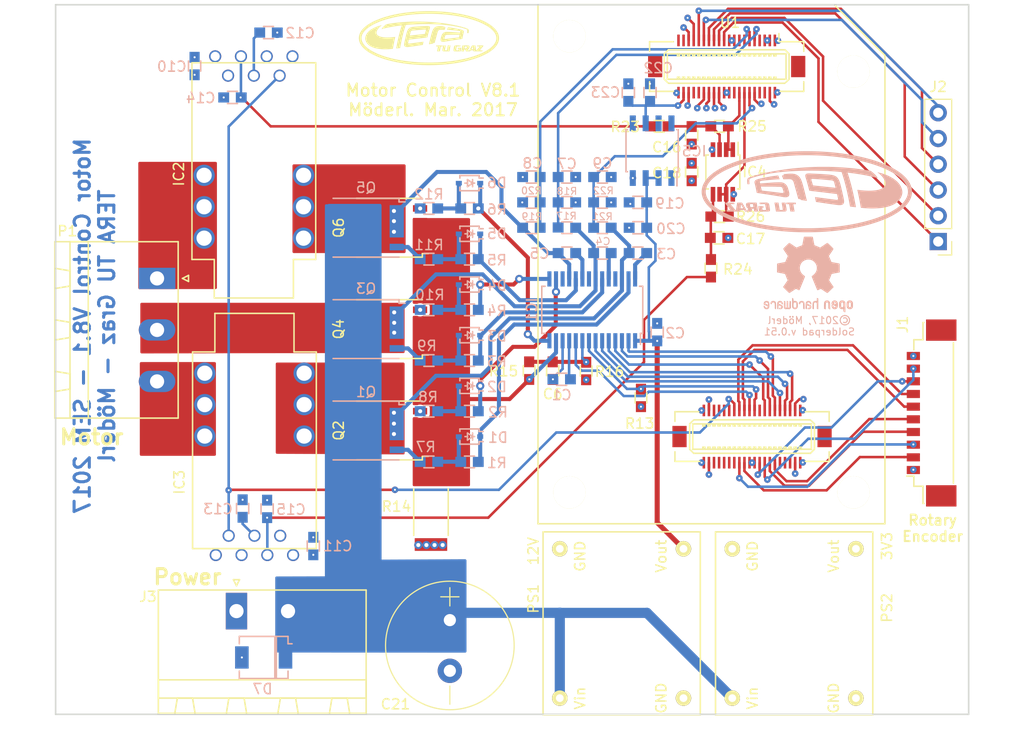
<source format=kicad_pcb>
(kicad_pcb (version 20190516) (host pcbnew "6.0.0-unknown-r16201-57a60a32")
  (layers (0 "F.Cu" signal) (1 "In1.Cu" signal hide) (2 "In2.Cu" signal hide) (31 "B.Cu" signal) (34 "B.Paste" user hide) (35 "F.Paste" user hide) (36 "B.SilkS" user) (37 "F.SilkS" user) (38 "B.Mask" user hide) (39 "F.Mask" user hide) (44 "Edge.Cuts" user))
  (net 0 "")
  (net 1 "+12V")
  (net 2 "GND")
  (net 3 "+BATT")
  (net 4 "Net-(D6-Pad2)")
  (net 5 "Net-(Q4-Pad1)")
  (net 6 "Net-(Q3-Pad1)")
  (net 7 "Net-(Q1-Pad1)")
  (net 8 "Net-(D3-Pad2)")
  (net 9 "Net-(Q2-Pad1)")
  (net 10 "Net-(Q5-Pad1)")
  (net 11 "Net-(Q6-Pad1)")
  (net 12 "Net-(D4-Pad2)")
  (net 13 "Net-(D2-Pad2)")
  (net 14 "Net-(D5-Pad2)")
  (net 15 "Net-(C5-Pad1)")
  (net 16 "Net-(C4-Pad1)")
  (net 17 "+3V3")
  (net 18 "Net-(C14-Pad1)")
  (net 19 "Net-(C13-Pad1)")
  (net 20 "/bridge driver/I_trip")
  (net 21 "Net-(U1-Pad4)")
  (net 22 "Net-(U1-Pad8)")
  (net 23 "Net-(U1-Pad19)")
  (net 24 "Net-(U1-Pad20)")
  (net 25 "Net-(U1-Pad32)")
  (net 26 "Net-(U1-Pad37)")
  (net 27 "Net-(U1-Pad49)")
  (net 28 "Net-(U1-Pad55)")
  (net 29 "Net-(U1-Pad56)")
  (net 30 "Net-(U1-Pad57)")
  (net 31 "Net-(U1-Pad58)")
  (net 32 "Net-(U1-Pad63)")
  (net 33 "Net-(U1-Pad64)")
  (net 34 "Net-(U1-Pad65)")
  (net 35 "Net-(U1-Pad66)")
  (net 36 "Net-(U1-Pad67)")
  (net 37 "Net-(U1-Pad76)")
  (net 38 "Net-(U1-Pad77)")
  (net 39 "Net-(U1-Pad78)")
  (net 40 "Net-(U1-Pad24)")
  (net 41 "Net-(U1-Pad25)")
  (net 42 "Net-(C17-Pad1)")
  (net 43 "Net-(C16-Pad1)")
  (net 44 "Net-(C15-Pad1)")
  (net 45 "Net-(IC2-Pad5)")
  (net 46 "Net-(IC3-Pad5)")
  (net 47 "Net-(U1-Pad38)")
  (net 48 "Net-(U1-Pad7)")
  (net 49 "Net-(J2-Pad6)")
  (net 50 "Net-(J2-Pad5)")
  (net 51 "Net-(J2-Pad4)")
  (net 52 "Net-(J2-Pad3)")
  (net 53 "Net-(J2-Pad2)")
  (net 54 "Net-(J2-Pad1)")
  (net 55 "Net-(D1-Pad2)")
  (net 56 "Net-(C1-Pad1)")
  (net 57 "Net-(C12-Pad1)")
  (net 58 "Net-(C3-Pad1)")
  (net 59 "<root sheet>U")
  (net 60 "<root sheet>W_out")
  (net 61 "<root sheet>V")
  (net 62 "<root sheet>voltage_w")
  (net 63 "<root sheet>voltage_v")
  (net 64 "<root sheet>voltage_u")
  (net 65 "<root sheet>VDDA")
  (net 66 "<root sheet>u_high")
  (net 67 "<root sheet>u_low")
  (net 68 "<root sheet>w_high")
  (net 69 "<root sheet>w_low")
  (net 70 "<root sheet>HOUT_V")
  (net 71 "<root sheet>LOUT_V")
  (net 72 "<root sheet>u_high_1")
  (net 73 "<root sheet>w_high_1")
  (net 74 "<root sheet>v_high")
  (net 75 "<root sheet>u_low_1")
  (net 76 "<root sheet>w_low_1")
  (net 77 "<root sheet>v_low")
  (net 78 "<root sheet>~FAULT")
  (net 79 "<root sheet>EN")
  (net 80 "<root sheet>COM")
  (net 81 "<root sheet>LEM_standby")
  (net 82 "<root sheet>V_out")
  (net 83 "<root sheet>U_out")
  (net 84 "<root sheet>current_v_amp")
  (net 85 "<root sheet>current_u_amp")
  (net 86 "<root sheet>rotary_PDIO")
  (net 87 "<root sheet>rotary_DI")
  (net 88 "<root sheet>rotary_CLK")
  (net 89 "<root sheet>rotary_CSn")
  (net 90 "<root sheet>MAGINC")
  (net 91 "<root sheet>MAGDEC")
  (net 92 "<root sheet>ENC_A")
  (net 93 "<root sheet>ENC_B")
  (module "tera_Connectors_Molex:Molex_PicoBlade_53398-1071_10x1.25mm_Straight" (layer "F.Cu") (at 187.3 110.275 90)
    (fp_text reference "J1")
    (fp_text value "CONN_01X10")
    (fp_text user "%R" (at 8.725 -3.8 90) (layer "F.SilkS"))
    (pad "1" smd rect (at -5.625 -2.75 90) (size 0.8 1.3) (layers "F.Cu" "F.Paste" "F.Mask") (net 2 "GND"))
    (pad "2" smd rect (at -4.375 -2.75 90) (size 0.8 1.3) (layers "F.Cu" "F.Paste" "F.Mask") (net 86 "<root sheet>rotary_PDIO"))
    (pad "3" smd rect (at -3.125 -2.75 90) (size 0.8 1.3) (layers "F.Cu" "F.Paste" "F.Mask") (net 87 "<root sheet>rotary_DI"))
    (pad "4" smd rect (at -1.875 -2.75 90) (size 0.8 1.3) (layers "F.Cu" "F.Paste" "F.Mask") (net 88 "<root sheet>rotary_CLK"))
    (pad "5" smd rect (at -0.625 -2.75 90) (size 0.8 1.3) (layers "F.Cu" "F.Paste" "F.Mask") (net 89 "<root sheet>rotary_CSn"))
    (pad "6" smd rect (at 0.625 -2.75 90) (size 0.8 1.3) (layers "F.Cu" "F.Paste" "F.Mask") (net 90 "<root sheet>MAGINC"))
    (pad "7" smd rect (at 1.875 -2.75 90) (size 0.8 1.3) (layers "F.Cu" "F.Paste" "F.Mask") (net 91 "<root sheet>MAGDEC"))
    (pad "8" smd rect (at 3.125 -2.75 90) (size 0.8 1.3) (layers "F.Cu" "F.Paste" "F.Mask") (net 92 "<root sheet>ENC_A"))
    (pad "9" smd rect (at 4.375 -2.75 90) (size 0.8 1.3) (layers "F.Cu" "F.Paste" "F.Mask") (net 93 "<root sheet>ENC_B"))
    (pad "10" smd rect (at 5.625 -2.75 90) (size 0.8 1.3) (layers "F.Cu" "F.Paste" "F.Mask") (net 17 "+3V3"))
    (pad "" smd rect (at -8.175 0 90) (size 2.1 3) (layers "F.Cu" "F.Paste" "F.Mask"))
    (pad "" smd rect (at 8.175 0 90) (size 2.1 3) (layers "F.Cu" "F.Paste" "F.Mask"))
  )
  (module "tera_rlc:C_0603in" (layer "B.Cu") (at 157.4 92 180)
    (fp_text reference "C20")
    (fp_text value "2uF")
    (fp_text user "%R" (at -3.25 -0.1 180) (layer "B.SilkS") (effects (justify mirror)))
    (pad "2" smd rect (at 0.865 0 180) (size 1.07 1) (layers "B.Cu" "B.Paste" "B.Mask") (net 2 "GND"))
    (pad "1" smd rect (at -0.865 0 180) (size 1.07 1) (layers "B.Cu" "B.Paste" "B.Mask") (net 1 "+12V"))
  )
  (module "Symbols:OSHW-Logo2_9.8x8mm_SilkScreen" (layer "B.Cu") (at 174.2 96.6 180)
    (fp_text reference "REF***" hide)
    (fp_text value "OSHW-Logo2_9.8x8mm_SilkScreen" hide)
  )
  (module "tera_logos:TERA_Logo_SilkS_7.5x19mm" (layer "B.Cu") (at 174.05 88.45 180)
    (fp_text reference "svg2mod" hide)
    (fp_text value "G***" hide)
  )
  (module "tera_logos:TERA_Logo_SilkS_5x12.5mm" (layer "F.Cu") (at 136.8 73.3)
    (fp_text reference "svg2mod" hide)
    (fp_text value "G***" hide)
  )
  (module "Pin_Headers:Pin_Header_Straight_1x06_Pitch2.54mm" (layer "F.Cu") (at 187 93.36 180)
    (fp_text reference "J2" (at 0 15.26) (layer "F.SilkS"))
    (fp_text value "CONN_01X06")
    (pad "6" thru_hole oval (at 0 12.7 180) (size 1.7 1.7) (drill 1) (layers *.Cu *.Mask) (net 49 "Net-(J2-Pad6)"))
    (pad "5" thru_hole oval (at 0 10.16 180) (size 1.7 1.7) (drill 1) (layers *.Cu *.Mask) (net 50 "Net-(J2-Pad5)"))
    (pad "4" thru_hole oval (at 0 7.62 180) (size 1.7 1.7) (drill 1) (layers *.Cu *.Mask) (net 51 "Net-(J2-Pad4)"))
    (pad "3" thru_hole oval (at 0 5.08 180) (size 1.7 1.7) (drill 1) (layers *.Cu *.Mask) (net 52 "Net-(J2-Pad3)"))
    (pad "2" thru_hole oval (at 0 2.54 180) (size 1.7 1.7) (drill 1) (layers *.Cu *.Mask) (net 53 "Net-(J2-Pad2)"))
    (pad "1" thru_hole rect (at 0 0 180) (size 1.7 1.7) (drill 1) (layers *.Cu *.Mask) (net 54 "Net-(J2-Pad1)"))
  )
  (module "tera_diodes:DO-214AA" (layer "B.Cu") (at 120.51 134.389 180)
    (fp_text reference "D7")
    (fp_text value "58V")
    (fp_text user "%R" (at 0.11 -3.111 180) (layer "B.SilkS") (effects (justify mirror)))
    (pad "2" smd rect (at 2.15 0 180) (size 1.34 2.2) (layers "B.Cu" "B.Paste" "B.Mask") (net 2 "GND"))
    (pad "1" smd rect (at -2.15 0 180) (size 1.34 2.2) (layers "B.Cu" "B.Paste" "B.Mask") (net 3 "+BATT"))
  )
  (module "Boards_Tera:XMC4x00-board_v3-0" (layer "F.Cu") (at 164.65 95.6 270)
    (fp_text reference "U1")
    (fp_text value "XMC4x00_board_v3")
    (fp_text user "%R" (at -23.825 -1.825) (layer "F.SilkS"))
    (pad "" np_thru_hole circle (at -19 -14 270) (size 3.2 3.2) (drill 3.2) (layers *.Cu *.Mask "F.SilkS"))
    (pad "" np_thru_hole circle (at 22.5 -14 270) (size 3.2 3.2) (drill 3.2) (layers *.Cu *.Mask "F.SilkS"))
    (pad "" np_thru_hole circle (at 22.5 14 270) (size 3.2 3.2) (drill 3.2) (layers *.Cu *.Mask "F.SilkS"))
    (pad "" np_thru_hole circle (at -22.5 14 270) (size 3.2 3.2) (drill 3.2) (layers *.Cu *.Mask "F.SilkS"))
    (pad "80" smd rect (at 19.575 -8.75 90) (size 1.15 0.25) (layers "F.Cu" "F.Paste" "F.Mask") (net 2 "GND"))
    (pad "79" smd rect (at 19.575 -8.25 90) (size 1.15 0.25) (layers "F.Cu" "F.Paste" "F.Mask") (net 17 "+3V3"))
    (pad "78" smd rect (at 19.575 -7.75 90) (size 1.15 0.25) (layers "F.Cu" "F.Paste" "F.Mask") (net 39 "Net-(U1-Pad78)"))
    (pad "77" smd rect (at 19.575 -7.25 90) (size 1.15 0.25) (layers "F.Cu" "F.Paste" "F.Mask") (net 38 "Net-(U1-Pad77)"))
    (pad "76" smd rect (at 19.575 -6.75 90) (size 1.15 0.25) (layers "F.Cu" "F.Paste" "F.Mask") (net 37 "Net-(U1-Pad76)"))
    (pad "75" smd rect (at 19.575 -6.25 90) (size 1.15 0.25) (layers "F.Cu" "F.Paste" "F.Mask") (net 89 "<root sheet>rotary_CSn"))
    (pad "74" smd rect (at 19.575 -5.75 90) (size 1.15 0.25) (layers "F.Cu" "F.Paste" "F.Mask") (net 88 "<root sheet>rotary_CLK"))
    (pad "73" smd rect (at 19.575 -5.25 90) (size 1.15 0.25) (layers "F.Cu" "F.Paste" "F.Mask") (net 93 "<root sheet>ENC_B"))
    (pad "72" smd rect (at 19.575 -4.75 90) (size 1.15 0.25) (layers "F.Cu" "F.Paste" "F.Mask") (net 92 "<root sheet>ENC_A"))
    (pad "71" smd rect (at 19.575 -4.25 90) (size 1.15 0.25) (layers "F.Cu" "F.Paste" "F.Mask") (net 2 "GND"))
    (pad "70" smd rect (at 19.575 -3.75 90) (size 1.15 0.25) (layers "F.Cu" "F.Paste" "F.Mask") (net 2 "GND"))
    (pad "69" smd rect (at 19.575 -3.25 90) (size 1.15 0.25) (layers "F.Cu" "F.Paste" "F.Mask") (net 86 "<root sheet>rotary_PDIO"))
    (pad "68" smd rect (at 19.575 -2.75 90) (size 1.15 0.25) (layers "F.Cu" "F.Paste" "F.Mask") (net 87 "<root sheet>rotary_DI"))
    (pad "67" smd rect (at 19.575 -2.25 90) (size 1.15 0.25) (layers "F.Cu" "F.Paste" "F.Mask") (net 36 "Net-(U1-Pad67)"))
    (pad "66" smd rect (at 19.575 -1.75 90) (size 1.15 0.25) (layers "F.Cu" "F.Paste" "F.Mask") (net 35 "Net-(U1-Pad66)"))
    (pad "65" smd rect (at 19.575 -1.25 90) (size 1.15 0.25) (layers "F.Cu" "F.Paste" "F.Mask") (net 34 "Net-(U1-Pad65)"))
    (pad "64" smd rect (at 19.575 -0.75 90) (size 1.15 0.25) (layers "F.Cu" "F.Paste" "F.Mask") (net 33 "Net-(U1-Pad64)"))
    (pad "63" smd rect (at 19.575 -0.25 90) (size 1.15 0.25) (layers "F.Cu" "F.Paste" "F.Mask") (net 32 "Net-(U1-Pad63)"))
    (pad "62" smd rect (at 19.575 0.25 90) (size 1.15 0.25) (layers "F.Cu" "F.Paste" "F.Mask") (net 17 "+3V3"))
    (pad "61" smd rect (at 19.575 0.75 90) (size 1.15 0.25) (layers "F.Cu" "F.Paste" "F.Mask") (net 2 "GND"))
    (pad "60" smd rect (at 14.425 0.75 90) (size 1.15 0.25) (layers "F.Cu" "F.Paste" "F.Mask") (net 2 "GND"))
    (pad "59" smd rect (at 14.425 0.25 90) (size 1.15 0.25) (layers "F.Cu" "F.Paste" "F.Mask") (net 17 "+3V3"))
    (pad "58" smd rect (at 14.425 -0.25 90) (size 1.15 0.25) (layers "F.Cu" "F.Paste" "F.Mask") (net 31 "Net-(U1-Pad58)"))
    (pad "57" smd rect (at 14.425 -0.75 90) (size 1.15 0.25) (layers "F.Cu" "F.Paste" "F.Mask") (net 30 "Net-(U1-Pad57)"))
    (pad "56" smd rect (at 14.425 -1.25 90) (size 1.15 0.25) (layers "F.Cu" "F.Paste" "F.Mask") (net 29 "Net-(U1-Pad56)"))
    (pad "55" smd rect (at 14.425 -1.75 90) (size 1.15 0.25) (layers "F.Cu" "F.Paste" "F.Mask") (net 28 "Net-(U1-Pad55)"))
    (pad "54" smd rect (at 14.425 -2.25 90) (size 1.15 0.25) (layers "F.Cu" "F.Paste" "F.Mask") (net 81 "<root sheet>LEM_standby"))
    (pad "53" smd rect (at 14.425 -2.75 90) (size 1.15 0.25) (layers "F.Cu" "F.Paste" "F.Mask") (net 91 "<root sheet>MAGDEC"))
    (pad "52" smd rect (at 14.425 -3.25 90) (size 1.15 0.25) (layers "F.Cu" "F.Paste" "F.Mask") (net 90 "<root sheet>MAGINC"))
    (pad "51" smd rect (at 14.425 -3.75 90) (size 1.15 0.25) (layers "F.Cu" "F.Paste" "F.Mask") (net 79 "<root sheet>EN"))
    (pad "50" smd rect (at 14.425 -4.25 90) (size 1.15 0.25) (layers "F.Cu" "F.Paste" "F.Mask") (net 78 "<root sheet>~FAULT"))
    (pad "49" smd rect (at 14.425 -4.75 90) (size 1.15 0.25) (layers "F.Cu" "F.Paste" "F.Mask") (net 27 "Net-(U1-Pad49)"))
    (pad "48" smd rect (at 14.425 -5.25 90) (size 1.15 0.25) (layers "F.Cu" "F.Paste" "F.Mask") (net 74 "<root sheet>v_high"))
    (pad "47" smd rect (at 14.425 -5.75 90) (size 1.15 0.25) (layers "F.Cu" "F.Paste" "F.Mask") (net 73 "<root sheet>w_high_1"))
    (pad "46" smd rect (at 14.425 -6.25 90) (size 1.15 0.25) (layers "F.Cu" "F.Paste" "F.Mask") (net 72 "<root sheet>u_high_1"))
    (pad "45" smd rect (at 14.425 -6.75 90) (size 1.15 0.25) (layers "F.Cu" "F.Paste" "F.Mask") (net 77 "<root sheet>v_low"))
    (pad "44" smd rect (at 14.425 -7.25 90) (size 1.15 0.25) (layers "F.Cu" "F.Paste" "F.Mask") (net 76 "<root sheet>w_low_1"))
    (pad "43" smd rect (at 14.425 -7.75 90) (size 1.15 0.25) (layers "F.Cu" "F.Paste" "F.Mask") (net 75 "<root sheet>u_low_1"))
    (pad "42" smd rect (at 14.425 -8.25 90) (size 1.15 0.25) (layers "F.Cu" "F.Paste" "F.Mask") (net 17 "+3V3"))
    (pad "41" smd rect (at 14.425 -8.75 90) (size 1.15 0.25) (layers "F.Cu" "F.Paste" "F.Mask") (net 2 "GND"))
    (pad "" np_thru_hole circle (at 15.1 -10 90) (size 0.6 0.6) (drill 0.6) (layers *.Cu))
    (pad "" np_thru_hole circle (at 15.1 2 90) (size 0.6 0.6) (drill 0.6) (layers *.Cu))
    (pad "" smd rect (at 17 -11.15 90) (size 2.1 1.4) (layers "F.Cu" "F.Paste" "F.Mask"))
    (pad "" smd rect (at 17 3.15 90) (size 2.1 1.4) (layers "F.Cu" "F.Paste" "F.Mask"))
    (pad "40" smd rect (at -16.925 -6.25 270) (size 1.15 0.25) (layers "F.Cu" "F.Paste" "F.Mask") (net 2 "GND"))
    (pad "39" smd rect (at -16.925 -5.75 270) (size 1.15 0.25) (layers "F.Cu" "F.Paste" "F.Mask") (net 17 "+3V3"))
    (pad "38" smd rect (at -16.925 -5.25 270) (size 1.15 0.25) (layers "F.Cu" "F.Paste" "F.Mask") (net 47 "Net-(U1-Pad38)"))
    (pad "37" smd rect (at -16.925 -4.75 270) (size 1.15 0.25) (layers "F.Cu" "F.Paste" "F.Mask") (net 26 "Net-(U1-Pad37)"))
    (pad "36" smd rect (at -16.925 -4.25 270) (size 1.15 0.25) (layers "F.Cu" "F.Paste" "F.Mask") (net 2 "GND"))
    (pad "35" smd rect (at -16.925 -3.75 270) (size 1.15 0.25) (layers "F.Cu" "F.Paste" "F.Mask") (net 64 "<root sheet>voltage_u"))
    (pad "34" smd rect (at -16.925 -3.25 270) (size 1.15 0.25) (layers "F.Cu" "F.Paste" "F.Mask") (net 85 "<root sheet>current_u_amp"))
    (pad "33" smd rect (at -16.925 -2.75 270) (size 1.15 0.25) (layers "F.Cu" "F.Paste" "F.Mask") (net 84 "<root sheet>current_v_amp"))
    (pad "32" smd rect (at -16.925 -2.25 270) (size 1.15 0.25) (layers "F.Cu" "F.Paste" "F.Mask") (net 25 "Net-(U1-Pad32)"))
    (pad "31" smd rect (at -16.925 -1.75 270) (size 1.15 0.25) (layers "F.Cu" "F.Paste" "F.Mask") (net 2 "GND"))
    (pad "29" smd rect (at -16.925 -0.75 270) (size 1.15 0.25) (layers "F.Cu" "F.Paste" "F.Mask") (net 17 "+3V3"))
    (pad "28" smd rect (at -16.925 -0.25 270) (size 1.15 0.25) (layers "F.Cu" "F.Paste" "F.Mask") (net 2 "GND"))
    (pad "27" smd rect (at -16.925 0.25 270) (size 1.15 0.25) (layers "F.Cu" "F.Paste" "F.Mask") (net 17 "+3V3"))
    (pad "26" smd rect (at -16.925 0.75 270) (size 1.15 0.25) (layers "F.Cu" "F.Paste" "F.Mask") (net 2 "GND"))
    (pad "25" smd rect (at -16.925 1.25 270) (size 1.15 0.25) (layers "F.Cu" "F.Paste" "F.Mask") (net 41 "Net-(U1-Pad25)"))
    (pad "24" smd rect (at -16.925 1.75 270) (size 1.15 0.25) (layers "F.Cu" "F.Paste" "F.Mask") (net 40 "Net-(U1-Pad24)"))
    (pad "23" smd rect (at -16.925 2.25 270) (size 1.15 0.25) (layers "F.Cu" "F.Paste" "F.Mask") (net 2 "GND"))
    (pad "22" smd rect (at -16.925 2.75 270) (size 1.15 0.25) (layers "F.Cu" "F.Paste" "F.Mask") (net 65 "<root sheet>VDDA"))
    (pad "21" smd rect (at -16.925 3.25 270) (size 1.15 0.25) (layers "F.Cu" "F.Paste" "F.Mask") (net 2 "GND"))
    (pad "20" smd rect (at -22.075 3.25 270) (size 1.15 0.25) (layers "F.Cu" "F.Paste" "F.Mask") (net 24 "Net-(U1-Pad20)"))
    (pad "19" smd rect (at -22.075 2.75 270) (size 1.15 0.25) (layers "F.Cu" "F.Paste" "F.Mask") (net 23 "Net-(U1-Pad19)"))
    (pad "18" smd rect (at -22.075 2.25 270) (size 1.15 0.25) (layers "F.Cu" "F.Paste" "F.Mask") (net 2 "GND"))
    (pad "17" smd rect (at -22.075 1.75 270) (size 1.15 0.25) (layers "F.Cu" "F.Paste" "F.Mask") (net 17 "+3V3"))
    (pad "16" smd rect (at -22.075 1.25 270) (size 1.15 0.25) (layers "F.Cu" "F.Paste" "F.Mask") (net 49 "Net-(J2-Pad6)"))
    (pad "15" smd rect (at -22.075 0.75 270) (size 1.15 0.25) (layers "F.Cu" "F.Paste" "F.Mask") (net 50 "Net-(J2-Pad5)"))
    (pad "14" smd rect (at -22.075 0.25 270) (size 1.15 0.25) (layers "F.Cu" "F.Paste" "F.Mask") (net 51 "Net-(J2-Pad4)"))
    (pad "13" smd rect (at -22.075 -0.25 270) (size 1.15 0.25) (layers "F.Cu" "F.Paste" "F.Mask") (net 52 "Net-(J2-Pad3)"))
    (pad "12" smd rect (at -22.075 -0.75 270) (size 1.15 0.25) (layers "F.Cu" "F.Paste" "F.Mask") (net 53 "Net-(J2-Pad2)"))
    (pad "11" smd rect (at -22.075 -1.25 270) (size 1.15 0.25) (layers "F.Cu" "F.Paste" "F.Mask") (net 54 "Net-(J2-Pad1)"))
    (pad "10" smd rect (at -22.075 -1.75 270) (size 1.15 0.25) (layers "F.Cu" "F.Paste" "F.Mask") (net 2 "GND"))
    (pad "9" smd rect (at -22.075 -2.25 270) (size 1.15 0.25) (layers "F.Cu" "F.Paste" "F.Mask") (net 2 "GND"))
    (pad "8" smd rect (at -22.075 -2.75 270) (size 1.15 0.25) (layers "F.Cu" "F.Paste" "F.Mask") (net 22 "Net-(U1-Pad8)"))
    (pad "7" smd rect (at -22.075 -3.25 270) (size 1.15 0.25) (layers "F.Cu" "F.Paste" "F.Mask") (net 48 "Net-(U1-Pad7)"))
    (pad "6" smd rect (at -22.075 -3.75 270) (size 1.15 0.25) (layers "F.Cu" "F.Paste" "F.Mask") (net 63 "<root sheet>voltage_v"))
    (pad "5" smd rect (at -22.075 -4.25 270) (size 1.15 0.25) (layers "F.Cu" "F.Paste" "F.Mask") (net 62 "<root sheet>voltage_w"))
    (pad "4" smd rect (at -22.075 -4.75 270) (size 1.15 0.25) (layers "F.Cu" "F.Paste" "F.Mask") (net 21 "Net-(U1-Pad4)"))
    (pad "3" smd rect (at -22.075 -5.25 270) (size 1.15 0.25) (layers "F.Cu" "F.Paste" "F.Mask") (net 17 "+3V3"))
    (pad "2" smd rect (at -22.075 -5.75 270) (size 1.15 0.25) (layers "F.Cu" "F.Paste" "F.Mask") (net 17 "+3V3"))
    (pad "" np_thru_hole circle (at -17.6 4.5 270) (size 0.6 0.6) (drill 0.6) (layers *.Cu))
    (pad "" np_thru_hole circle (at -17.6 -7.5 270) (size 0.6 0.6) (drill 0.6) (layers *.Cu))
    (pad "" smd rect (at -19.5 5.55 270) (size 2.1 1.4) (layers "F.Cu" "F.Paste" "F.Mask"))
    (pad "" smd rect (at -19.5 -8.55 270) (size 2.1 1.4) (layers "F.Cu" "F.Paste" "F.Mask"))
    (pad "30" smd rect (at -16.925 -1.25 270) (size 1.15 0.25) (layers "F.Cu" "F.Paste" "F.Mask") (net 2 "GND"))
    (pad "1" smd rect (at -22.075 -6.25 270) (size 1.15 0.25) (layers "F.Cu" "F.Paste" "F.Mask") (net 2 "GND"))
  )
  (module "tera_Connectors_Phoenix:PhoenixContact_MSTB-GF_02x5.08mm_Angled_ThreadedFlange" (layer "F.Cu") (at 117.829 129.817)
    (fp_text reference "J3")
    (fp_text value "CONN_01X02")
    (fp_text user "%R" (at -8.729 -1.417) (layer "F.SilkS"))
    (pad "1" thru_hole rect (at 0 0) (size 2.1 3.6) (drill 1.4) (layers *.Cu *.Mask) (net 2 "GND"))
    (pad "2" thru_hole oval (at 5.08 0) (size 2.1 3.6) (drill 1.4) (layers *.Cu *.Mask) (net 3 "+BATT"))
  )
  (module "tera_atomic_ic:LT1461ACS8" (layer "B.Cu") (at 158.8 84.4 90)
    (fp_text reference "IC5")
    (fp_text value "LT1461ACS8-3.3")
    (fp_text user "%R" (at -0.05 4.147 180) (layer "B.SilkS") (effects (justify mirror)))
    (pad "1" smd rect (at -2.7 1.905 90) (size 1.55 0.6) (layers "B.Cu" "B.Paste" "B.Mask"))
    (pad "2" smd rect (at -2.7 0.635 90) (size 1.55 0.6) (layers "B.Cu" "B.Paste" "B.Mask") (net 1 "+12V"))
    (pad "3" smd rect (at -2.7 -0.635 90) (size 1.55 0.6) (layers "B.Cu" "B.Paste" "B.Mask") (net 1 "+12V"))
    (pad "4" smd rect (at -2.7 -1.905 90) (size 1.55 0.6) (layers "B.Cu" "B.Paste" "B.Mask") (net 2 "GND"))
    (pad "5" smd rect (at 2.7 -1.905 90) (size 1.55 0.6) (layers "B.Cu" "B.Paste" "B.Mask"))
    (pad "6" smd rect (at 2.7 -0.635 90) (size 1.55 0.6) (layers "B.Cu" "B.Paste" "B.Mask") (net 65 "<root sheet>VDDA"))
    (pad "7" smd rect (at 2.7 0.635 90) (size 1.55 0.6) (layers "B.Cu" "B.Paste" "B.Mask"))
    (pad "8" smd rect (at 2.7 1.905 90) (size 1.55 0.6) (layers "B.Cu" "B.Paste" "B.Mask"))
  )
  (module "tera_rlc:C_0603in" (layer "B.Cu") (at 157.4 89.5 180)
    (fp_text reference "C19")
    (fp_text value "100nF")
    (fp_text user "%R" (at -3.15 -0.1 180) (layer "B.SilkS") (effects (justify mirror)))
    (pad "1" smd rect (at -0.865 0 180) (size 1.07 1) (layers "B.Cu" "B.Paste" "B.Mask") (net 1 "+12V"))
    (pad "2" smd rect (at 0.865 0 180) (size 1.07 1) (layers "B.Cu" "B.Paste" "B.Mask") (net 2 "GND"))
  )
  (module "tera_rlc:C_0603in" (layer "B.Cu") (at 158.593 78.667 90)
    (fp_text reference "C22")
    (fp_text value "1uF")
    (fp_text user "%R" (at 2.417 0.807 180) (layer "B.SilkS") (effects (justify mirror)))
    (pad "2" smd rect (at 0.865 0 90) (size 1.07 1) (layers "B.Cu" "B.Paste" "B.Mask") (net 2 "GND"))
    (pad "1" smd rect (at -0.865 0 90) (size 1.07 1) (layers "B.Cu" "B.Paste" "B.Mask") (net 65 "<root sheet>VDDA"))
  )
  (module "tera_rlc:C_0603in" (layer "B.Cu") (at 156.457 78.667 90)
    (fp_text reference "C23")
    (fp_text value "100nF")
    (fp_text user "%R" (at 0.017 -2.257 180) (layer "B.SilkS") (effects (justify mirror)))
    (pad "1" smd rect (at -0.865 0 90) (size 1.07 1) (layers "B.Cu" "B.Paste" "B.Mask") (net 65 "<root sheet>VDDA"))
    (pad "2" smd rect (at 0.865 0 90) (size 1.07 1) (layers "B.Cu" "B.Paste" "B.Mask") (net 2 "GND"))
  )
  (module "tera_rlc:ElkoC-12.5x20mm" (layer "F.Cu") (at 138.862 130.706 270)
    (fp_text reference "C21")
    (fp_text value "100u")
    (fp_text user "%R" (at 8.294 5.362) (layer "F.SilkS"))
    (pad "2" thru_hole circle (at 5 0 270) (size 2.4 2.4) (drill 1.2) (layers *.Cu *.Mask) (net 2 "GND"))
    (pad "1" thru_hole rect (at 0 0 270) (size 2.4 2.4) (drill 1.2) (layers *.Cu *.Mask) (net 3 "+BATT"))
  )
  (module "Boards_Tera:DCDC_Stepdown_v3" (layer "F.Cu") (at 149.7 138.4 90)
    (fp_text reference "PS1")
    (fp_text value "DCDC_Stepdown_v3")
    (fp_text user "%R" (at 9.8 -2.6 90) (layer "F.SilkS"))
    (fp_text user "GND" (at 0 10 90) (layer "F.SilkS"))
    (fp_text user "GND" (at 14 2 90) (layer "F.SilkS"))
    (fp_text user "Vout" (at 14 10 90) (layer "F.SilkS"))
    (fp_text user "Vin" (at 0 2 270) (layer "F.SilkS"))
    (pad "3" thru_hole circle (at 0 12.19 90) (size 1.524 1.524) (drill 0.762) (layers *.Cu *.Mask "F.SilkS") (net 2 "GND"))
    (pad "2" thru_hole circle (at 14.73 12.19 90) (size 1.524 1.524) (drill 0.762) (layers *.Cu *.Mask "F.SilkS") (net 1 "+12V"))
    (pad "4" thru_hole circle (at 14.73 0 90) (size 1.524 1.524) (drill 0.762) (layers *.Cu *.Mask "F.SilkS") (net 2 "GND"))
    (pad "1" thru_hole circle (at 0 0 90) (size 1.524 1.524) (drill 0.762) (layers *.Cu *.Mask "F.SilkS") (net 3 "+BATT"))
  )
  (module "Boards_Tera:DCDC_Stepdown_v3" (layer "F.Cu") (at 166.7 138.4 90)
    (fp_text reference "PS2")
    (fp_text value "DCDC_Stepdown_v3")
    (fp_text user "%R" (at 8.9 15.25 90) (layer "F.SilkS"))
    (fp_text user "GND" (at 0 10 90) (layer "F.SilkS"))
    (fp_text user "GND" (at 14 2 90) (layer "F.SilkS"))
    (fp_text user "Vout" (at 14 10 90) (layer "F.SilkS"))
    (fp_text user "Vin" (at 0 2 270) (layer "F.SilkS"))
    (pad "3" thru_hole circle (at 0 12.19 90) (size 1.524 1.524) (drill 0.762) (layers *.Cu *.Mask "F.SilkS") (net 2 "GND"))
    (pad "2" thru_hole circle (at 14.73 12.19 90) (size 1.524 1.524) (drill 0.762) (layers *.Cu *.Mask "F.SilkS") (net 17 "+3V3"))
    (pad "4" thru_hole circle (at 14.73 0 90) (size 1.524 1.524) (drill 0.762) (layers *.Cu *.Mask "F.SilkS") (net 2 "GND"))
    (pad "1" thru_hole circle (at 0 0 90) (size 1.524 1.524) (drill 0.762) (layers *.Cu *.Mask "F.SilkS") (net 3 "+BATT"))
  )
  (module "infineon:INF-PG-TDSON-8" (layer "B.Cu") (at 130.6 92 270)
    (fp_text reference "Q5" (at -3.95 0) (layer "B.SilkS") (effects (justify mirror)))
    (fp_text value "BSC016N06NS")
    (pad "2" smd rect (at -0.635 -3.025 270) (size 3.19 1.4) (layers "B.Cu" "B.Paste" "B.Mask") (net 61 "<root sheet>V"))
    (pad "1" smd rect (at 1.905 -3.025 270) (size 0.65 1.4) (layers "B.Cu" "B.Paste" "B.Mask") (net 10 "Net-(Q5-Pad1)"))
    (pad "3" smd rect (at 0 1.125 270) (size 4.7 5.2) (layers "B.Cu" "B.Paste" "B.Mask") (net 3 "+BATT"))
  )
  (module "infineon:INF-PG-TDSON-8" (layer "F.Cu") (at 132.9 112 90)
    (fp_text reference "Q2" (at 0 -5 90) (layer "F.SilkS"))
    (fp_text value "BSC016N06NS")
    (pad "2" smd rect (at -0.635 3.025 90) (size 3.19 1.4) (layers "F.Cu" "F.Paste" "F.Mask") (net 80 "<root sheet>COM"))
    (pad "1" smd rect (at 1.905 3.025 90) (size 0.65 1.4) (layers "F.Cu" "F.Paste" "F.Mask") (net 9 "Net-(Q2-Pad1)"))
    (pad "3" smd rect (at 0 -1.125 90) (size 4.7 5.2) (layers "F.Cu" "F.Paste" "F.Mask") (net 59 "<root sheet>U"))
  )
  (module "infineon:INF-PG-TDSON-8" (layer "F.Cu") (at 132.9 92 90)
    (fp_text reference "Q6" (at 0 -5 90) (layer "F.SilkS"))
    (fp_text value "BSC016N06NS")
    (pad "2" smd rect (at -0.635 3.025 90) (size 3.19 1.4) (layers "F.Cu" "F.Paste" "F.Mask") (net 80 "<root sheet>COM"))
    (pad "1" smd rect (at 1.905 3.025 90) (size 0.65 1.4) (layers "F.Cu" "F.Paste" "F.Mask") (net 11 "Net-(Q6-Pad1)"))
    (pad "3" smd rect (at 0 -1.125 90) (size 4.7 5.2) (layers "F.Cu" "F.Paste" "F.Mask") (net 61 "<root sheet>V"))
  )
  (module "infineon:INF-PG-TDSON-8" (layer "F.Cu") (at 132.9 102 90)
    (fp_text reference "Q4" (at 0 -5 90) (layer "F.SilkS"))
    (fp_text value "BSC016N06NS")
    (pad "2" smd rect (at -0.635 3.025 90) (size 3.19 1.4) (layers "F.Cu" "F.Paste" "F.Mask") (net 80 "<root sheet>COM"))
    (pad "1" smd rect (at 1.905 3.025 90) (size 0.65 1.4) (layers "F.Cu" "F.Paste" "F.Mask") (net 5 "Net-(Q4-Pad1)"))
    (pad "3" smd rect (at 0 -1.125 90) (size 4.7 5.2) (layers "F.Cu" "F.Paste" "F.Mask") (net 60 "<root sheet>W_out"))
  )
  (module "infineon:INF-PG-TDSON-8" (layer "B.Cu") (at 130.6 102 270)
    (fp_text reference "Q3" (at -4 0) (layer "B.SilkS") (effects (justify mirror)))
    (fp_text value "BSC016N06NS")
    (pad "2" smd rect (at -0.635 -3.025 270) (size 3.19 1.4) (layers "B.Cu" "B.Paste" "B.Mask") (net 60 "<root sheet>W_out"))
    (pad "1" smd rect (at 1.905 -3.025 270) (size 0.65 1.4) (layers "B.Cu" "B.Paste" "B.Mask") (net 6 "Net-(Q3-Pad1)"))
    (pad "3" smd rect (at 0 1.125 270) (size 4.7 5.2) (layers "B.Cu" "B.Paste" "B.Mask") (net 3 "+BATT"))
  )
  (module "infineon:INF-PG-TDSON-8" (layer "B.Cu") (at 130.6 112 270)
    (fp_text reference "Q1" (at -3.8 0) (layer "B.SilkS") (effects (justify mirror)))
    (fp_text value "BSC016N06NS")
    (pad "2" smd rect (at -0.635 -3.025 270) (size 3.19 1.4) (layers "B.Cu" "B.Paste" "B.Mask") (net 59 "<root sheet>U"))
    (pad "1" smd rect (at 1.905 -3.025 270) (size 0.65 1.4) (layers "B.Cu" "B.Paste" "B.Mask") (net 7 "Net-(Q1-Pad1)"))
    (pad "3" smd rect (at 0 1.125 270) (size 4.7 5.2) (layers "B.Cu" "B.Paste" "B.Mask") (net 3 "+BATT"))
  )
  (module "tera_rlc:R_2512in" (layer "F.Cu") (at 137 120.05 270)
    (fp_text reference "R14")
    (fp_text value "0R005")
    (fp_text user "%R" (at -0.55 3.4) (layer "F.SilkS"))
    (pad "1" smd rect (at -3.2 0 270) (size 1.25 3.2) (layers "F.Cu" "F.Paste" "F.Mask") (net 80 "<root sheet>COM"))
    (pad "2" smd rect (at 3.2 0 270) (size 1.25 3.2) (layers "F.Cu" "F.Paste" "F.Mask") (net 2 "GND"))
  )
  (module "tera_rlc:R_0603in" (layer "B.Cu") (at 136.8 110.1)
    (fp_text reference "R8")
    (fp_text value "0R")
    (fp_text user "%R" (at -0.09 -1.4 180) (layer "B.SilkS") (effects (justify mirror)))
    (pad "2" smd rect (at 0.865 0) (size 1.07 1) (layers "B.Cu" "B.Paste" "B.Mask") (net 13 "Net-(D2-Pad2)"))
    (pad "1" smd rect (at -0.865 0) (size 1.07 1) (layers "B.Cu" "B.Paste" "B.Mask") (net 9 "Net-(Q2-Pad1)"))
  )
  (module "tera_Connectors_Phoenix:PhoenixContact_MSTBA-G_03x5.08mm_Angled" (layer "F.Cu") (at 110 97 270)
    (fp_text reference "P1")
    (fp_text value "CONN_01X03")
    (fp_text user "%R" (at -4.67 8.85) (layer "F.SilkS"))
    (pad "1" thru_hole rect (at 0 0 270) (size 2.1 3.6) (drill 1.4) (layers *.Cu *.Mask) (net 82 "<root sheet>V_out"))
    (pad "2" thru_hole oval (at 5.08 0 270) (size 2.1 3.6) (drill 1.4) (layers *.Cu *.Mask) (net 60 "<root sheet>W_out"))
    (pad "3" thru_hole oval (at 10.16 0 270) (size 2.1 3.6) (drill 1.4) (layers *.Cu *.Mask) (net 83 "<root sheet>U_out"))
  )
  (module "Mounting_Holes:MountingHole_3.2mm_M3" (layer "F.Cu") (at 186 136)
    (fp_text reference "" (at 0 -4.2) (layer "F.SilkS"))
    (fp_text value "MountingHole_3.2mm_M3")
    (pad "1" np_thru_hole circle (at 0 0) (size 3.2 3.2) (drill 3.2) (layers *.Cu *.Mask))
  )
  (module "Mounting_Holes:MountingHole_3.2mm_M3" (layer "F.Cu") (at 186 74)
    (fp_text reference "" (at 0 -4.2) (layer "F.SilkS"))
    (fp_text value "MountingHole_3.2mm_M3")
    (pad "1" np_thru_hole circle (at 0 0) (size 3.2 3.2) (drill 3.2) (layers *.Cu *.Mask))
  )
  (module "Mounting_Holes:MountingHole_3.2mm_M3" (layer "F.Cu") (at 104 74)
    (fp_text reference "" (at 0 -4.2) (layer "F.SilkS"))
    (fp_text value "MountingHole_3.2mm_M3")
    (pad "1" np_thru_hole circle (at 0 0) (size 3.2 3.2) (drill 3.2) (layers *.Cu *.Mask))
  )
  (module "Mounting_Holes:MountingHole_3.2mm_M3" (layer "F.Cu") (at 104 136)
    (fp_text reference "" (at 0 -4.2) (layer "F.SilkS"))
    (fp_text value "MountingHole_3.2mm_M3")
    (pad "1" np_thru_hole circle (at 0 0) (size 3.2 3.2) (drill 3.2) (layers *.Cu *.Mask))
  )
  (module "tera_atomic_ic:HO_25-NP_SP33" (layer "F.Cu") (at 119.6 112.55 90)
    (fp_text reference "IC3" (at -4.55 -7.4 90) (layer "F.SilkS"))
    (fp_text value "HO_25-NP/SP33")
    (pad "1" thru_hole circle (at -11.735 3.81 90) (size 1.2 1.2) (drill 0.9) (layers *.Cu *.Mask) (net 17 "+3V3"))
    (pad "7" thru_hole circle (at -11.735 -3.81 90) (size 1.2 1.2) (drill 0.9) (layers *.Cu *.Mask) (net 2 "GND"))
    (pad "5" thru_hole circle (at -11.735 -1.27 90) (size 1.2 1.2) (drill 0.9) (layers *.Cu *.Mask) (net 46 "Net-(IC3-Pad5)"))
    (pad "3" thru_hole circle (at -11.735 1.27 90) (size 1.2 1.2) (drill 0.9) (layers *.Cu *.Mask) (net 44 "Net-(C15-Pad1)"))
    (pad "2" thru_hole circle (at -9.83 2.54 90) (size 1.2 1.2) (drill 0.9) (layers *.Cu *.Mask) (net 2 "GND"))
    (pad "6" thru_hole circle (at -9.83 -2.54 90) (size 1.2 1.2) (drill 0.9) (layers *.Cu *.Mask) (net 81 "<root sheet>LEM_standby"))
    (pad "4" thru_hole circle (at -9.83 0 90) (size 1.2 1.2) (drill 0.9) (layers *.Cu *.Mask) (net 19 "Net-(C13-Pad1)"))
    (pad "9" thru_hole circle (at 3.1 -4.9 90) (size 2.1 2.1) (drill 1.5) (layers *.Cu *.Mask) (net 83 "<root sheet>U_out"))
    (pad "8" thru_hole circle (at 0 -4.9 90) (size 2.1 2.1) (drill 1.5) (layers *.Cu *.Mask) (net 83 "<root sheet>U_out"))
    (pad "10" thru_hole circle (at 6.2 -4.9 90) (size 2.1 2.1) (drill 1.5) (layers *.Cu *.Mask) (net 83 "<root sheet>U_out"))
    (pad "11" thru_hole circle (at 6.2 4.9 90) (size 2.1 2.1) (drill 1.5) (layers *.Cu *.Mask) (net 59 "<root sheet>U"))
    (pad "13" thru_hole circle (at 0 4.9 90) (size 2.1 2.1) (drill 1.5) (layers *.Cu *.Mask) (net 59 "<root sheet>U"))
    (pad "12" thru_hole circle (at 3.1 4.9 90) (size 2.1 2.1) (drill 1.5) (layers *.Cu *.Mask) (net 59 "<root sheet>U"))
  )
  (module "tera_atomic_ic:HO_25-NP_SP33" (layer "F.Cu") (at 119.54 86.83 270)
    (fp_text reference "IC2" (at -0.13 7.39 270) (layer "F.SilkS"))
    (fp_text value "HO_25-NP/SP33")
    (pad "1" thru_hole circle (at -11.735 3.81 270) (size 1.2 1.2) (drill 0.9) (layers *.Cu *.Mask) (net 17 "+3V3"))
    (pad "7" thru_hole circle (at -11.735 -3.81 270) (size 1.2 1.2) (drill 0.9) (layers *.Cu *.Mask) (net 2 "GND"))
    (pad "5" thru_hole circle (at -11.735 -1.27 270) (size 1.2 1.2) (drill 0.9) (layers *.Cu *.Mask) (net 45 "Net-(IC2-Pad5)"))
    (pad "3" thru_hole circle (at -11.735 1.27 270) (size 1.2 1.2) (drill 0.9) (layers *.Cu *.Mask) (net 18 "Net-(C14-Pad1)"))
    (pad "2" thru_hole circle (at -9.83 2.54 270) (size 1.2 1.2) (drill 0.9) (layers *.Cu *.Mask) (net 2 "GND"))
    (pad "6" thru_hole circle (at -9.83 -2.54 270) (size 1.2 1.2) (drill 0.9) (layers *.Cu *.Mask) (net 81 "<root sheet>LEM_standby"))
    (pad "4" thru_hole circle (at -9.83 0 270) (size 1.2 1.2) (drill 0.9) (layers *.Cu *.Mask) (net 57 "Net-(C12-Pad1)"))
    (pad "9" thru_hole circle (at 3.1 -4.9 270) (size 2.1 2.1) (drill 1.5) (layers *.Cu *.Mask) (net 61 "<root sheet>V"))
    (pad "8" thru_hole circle (at 0 -4.9 270) (size 2.1 2.1) (drill 1.5) (layers *.Cu *.Mask) (net 61 "<root sheet>V"))
    (pad "10" thru_hole circle (at 6.2 -4.9 270) (size 2.1 2.1) (drill 1.5) (layers *.Cu *.Mask) (net 61 "<root sheet>V"))
    (pad "11" thru_hole circle (at 6.2 4.9 270) (size 2.1 2.1) (drill 1.5) (layers *.Cu *.Mask) (net 82 "<root sheet>V_out"))
    (pad "13" thru_hole circle (at 0 4.9 270) (size 2.1 2.1) (drill 1.5) (layers *.Cu *.Mask) (net 82 "<root sheet>V_out"))
    (pad "12" thru_hole circle (at 3.1 4.9 270) (size 2.1 2.1) (drill 1.5) (layers *.Cu *.Mask) (net 82 "<root sheet>V_out"))
  )
  (module "tera_rlc:R_0603in" (layer "B.Cu") (at 146.9 89.5 180)
    (fp_text reference "R20")
    (fp_text value "1k5")
    (fp_text user "%R" (at 0 1.15 180) (layer "B.SilkS") (effects (font (size 0.7 0.7) (thickness 0.11)) (justify mirror)))
    (pad "2" smd rect (at 0.865 0 180) (size 1.07 1) (layers "B.Cu" "B.Paste" "B.Mask") (net 2 "GND"))
    (pad "1" smd rect (at -0.865 0 180) (size 1.07 1) (layers "B.Cu" "B.Paste" "B.Mask") (net 63 "<root sheet>voltage_v"))
  )
  (module "tera_rlc:R_0603in" (layer "B.Cu") (at 146.9 92)
    (fp_text reference "R19")
    (fp_text value "22k")
    (fp_text user "%R" (at 0.05 -1.1 180) (layer "B.SilkS") (effects (font (size 0.7 0.7) (thickness 0.1)) (justify mirror)))
    (pad "1" smd rect (at -0.865 0) (size 1.07 1) (layers "B.Cu" "B.Paste" "B.Mask") (net 61 "<root sheet>V"))
    (pad "2" smd rect (at 0.865 0) (size 1.07 1) (layers "B.Cu" "B.Paste" "B.Mask") (net 63 "<root sheet>voltage_v"))
  )
  (module "tera_atomic_ic:LMV342" (layer "F.Cu") (at 165.775 86.5 270)
    (fp_text reference "IC4" (at 0 -3.125) (layer "F.SilkS"))
    (fp_text value "LMV342")
    (pad "1" smd rect (at -2.2 -0.975 270) (size 1.45 0.45) (layers "F.Cu" "F.Paste" "F.Mask") (net 84 "<root sheet>current_v_amp"))
    (pad "2" smd rect (at -2.2 -0.325 270) (size 1.45 0.45) (layers "F.Cu" "F.Paste" "F.Mask") (net 84 "<root sheet>current_v_amp"))
    (pad "3" smd rect (at -2.2 0.325 270) (size 1.45 0.45) (layers "F.Cu" "F.Paste" "F.Mask") (net 43 "Net-(C16-Pad1)"))
    (pad "4" smd rect (at -2.2 0.975 270) (size 1.45 0.45) (layers "F.Cu" "F.Paste" "F.Mask") (net 2 "GND"))
    (pad "5" smd rect (at 2.2 0.975 270) (size 1.45 0.45) (layers "F.Cu" "F.Paste" "F.Mask") (net 42 "Net-(C17-Pad1)"))
    (pad "6" smd rect (at 2.2 0.325 270) (size 1.45 0.45) (layers "F.Cu" "F.Paste" "F.Mask") (net 85 "<root sheet>current_u_amp"))
    (pad "7" smd rect (at 2.2 -0.325 270) (size 1.45 0.45) (layers "F.Cu" "F.Paste" "F.Mask") (net 85 "<root sheet>current_u_amp"))
    (pad "8" smd rect (at 2.2 -0.975 270) (size 1.45 0.45) (layers "F.Cu" "F.Paste" "F.Mask") (net 17 "+3V3"))
  )
  (module "tera_rlc:C_0603in" (layer "B.Cu") (at 118.435 119.7 90)
    (fp_text reference "C13")
    (fp_text value "47nF")
    (fp_text user "%R" (at -0.05 -2.435 180) (layer "B.SilkS") (effects (justify mirror)))
    (pad "1" smd rect (at -0.865 0 90) (size 1.07 1) (layers "B.Cu" "B.Paste" "B.Mask") (net 19 "Net-(C13-Pad1)"))
    (pad "2" smd rect (at 0.865 0 90) (size 1.07 1) (layers "B.Cu" "B.Paste" "B.Mask") (net 2 "GND"))
  )
  (module "tera_rlc:R_0603in" (layer "F.Cu") (at 146.679238 106.102502 270)
    (fp_text reference "R15")
    (fp_text value "3k3")
    (fp_text user "%R" (at 0.047498 2.529238 180) (layer "F.SilkS"))
    (pad "2" smd rect (at 0.865 0 270) (size 1.07 1) (layers "F.Cu" "F.Paste" "F.Mask") (net 80 "<root sheet>COM"))
    (pad "1" smd rect (at -0.875 0 270) (size 1.07 1) (layers "F.Cu" "F.Paste" "F.Mask") (net 20 "/bridge driver/I_trip"))
  )
  (module "tera_rlc:R_0603in" (layer "F.Cu") (at 157.7 108.785 270)
    (fp_text reference "R13")
    (fp_text value "10k")
    (fp_text user "%R" (at 2.525 0.125) (layer "F.SilkS"))
    (pad "1" smd rect (at -0.865 0 270) (size 1.07 1) (layers "F.Cu" "F.Paste" "F.Mask") (net 78 "<root sheet>~FAULT"))
    (pad "2" smd rect (at 0.865 0 270) (size 1.07 1) (layers "F.Cu" "F.Paste" "F.Mask") (net 17 "+3V3"))
  )
  (module "tera_diodes:SOD-323" (layer "B.Cu") (at 140.8 87.6 180)
    (fp_text reference "D6")
    (fp_text value "D")
    (fp_text user "%R" (at -2.7 0.025 180) (layer "B.SilkS") (effects (justify mirror)))
    (pad "1" smd rect (at -1.055 0 180) (size 0.59 0.45) (layers "B.Cu" "B.Paste" "B.Mask") (net 71 "<root sheet>LOUT_V"))
    (pad "2" smd rect (at 1.055 0 180) (size 0.59 0.45) (layers "B.Cu" "B.Paste" "B.Mask") (net 4 "Net-(D6-Pad2)"))
  )
  (module "tera_diodes:SOD-323" (layer "B.Cu") (at 140.8 92.6 180)
    (fp_text reference "D5")
    (fp_text value "D")
    (fp_text user "%R" (at -2.7 0) (layer "B.SilkS") (effects (justify mirror)))
    (pad "1" smd rect (at -1.055 0 180) (size 0.59 0.45) (layers "B.Cu" "B.Paste" "B.Mask") (net 70 "<root sheet>HOUT_V"))
    (pad "2" smd rect (at 1.055 0 180) (size 0.59 0.45) (layers "B.Cu" "B.Paste" "B.Mask") (net 14 "Net-(D5-Pad2)"))
  )
  (module "tera_rlc:C_0603in" (layer "B.Cu") (at 117.435 79.15 180)
    (fp_text reference "C14")
    (fp_text value "4.7nF")
    (fp_text user "%R" (at 3.135 -0.05 180) (layer "B.SilkS") (effects (justify mirror)))
    (pad "2" smd rect (at 0.865 0 180) (size 1.07 1) (layers "B.Cu" "B.Paste" "B.Mask") (net 2 "GND"))
    (pad "1" smd rect (at -0.865 0 180) (size 1.07 1) (layers "B.Cu" "B.Paste" "B.Mask") (net 18 "Net-(C14-Pad1)"))
  )
  (module "tera_rlc:C_0603in" (layer "B.Cu") (at 120.85 119.735 90)
    (fp_text reference "C15")
    (fp_text value "4.7nF")
    (fp_text user "%R" (at -0.065 2.35) (layer "B.SilkS") (effects (justify mirror)))
    (pad "1" smd rect (at -0.865 0 90) (size 1.07 1) (layers "B.Cu" "B.Paste" "B.Mask") (net 44 "Net-(C15-Pad1)"))
    (pad "2" smd rect (at 0.865 0 90) (size 1.07 1) (layers "B.Cu" "B.Paste" "B.Mask") (net 2 "GND"))
  )
  (module "tera_rlc:C_0603in" (layer "B.Cu") (at 146.9 87 180)
    (fp_text reference "C8")
    (fp_text value "100nF")
    (fp_text user "%R" (at -0.1 1.35) (layer "B.SilkS") (effects (justify mirror)))
    (pad "1" smd rect (at -0.865 0 180) (size 1.07 1) (layers "B.Cu" "B.Paste" "B.Mask") (net 63 "<root sheet>voltage_v"))
    (pad "2" smd rect (at 0.865 0 180) (size 1.07 1) (layers "B.Cu" "B.Paste" "B.Mask") (net 2 "GND"))
  )
  (module "tera_rlc:C_0603in" (layer "B.Cu") (at 150.4 87)
    (fp_text reference "C7")
    (fp_text value "100nF")
    (fp_text user "%R" (at 0 -1.3) (layer "B.SilkS") (effects (justify mirror)))
    (pad "2" smd rect (at 0.865 0) (size 1.07 1) (layers "B.Cu" "B.Paste" "B.Mask") (net 2 "GND"))
    (pad "1" smd rect (at -0.865 0) (size 1.07 1) (layers "B.Cu" "B.Paste" "B.Mask") (net 62 "<root sheet>voltage_w"))
  )
  (module "tera_rlc:C_0603in" (layer "B.Cu") (at 153.9 87)
    (fp_text reference "C9")
    (fp_text value "100nF")
    (fp_text user "%R" (at 0 -1.35 -180) (layer "B.SilkS") (effects (justify mirror)))
    (pad "2" smd rect (at 0.865 0) (size 1.07 1) (layers "B.Cu" "B.Paste" "B.Mask") (net 2 "GND"))
    (pad "1" smd rect (at -0.865 0) (size 1.07 1) (layers "B.Cu" "B.Paste" "B.Mask") (net 64 "<root sheet>voltage_u"))
  )
  (module "tera_rlc:R_0603in" (layer "B.Cu") (at 153.9 89.5)
    (fp_text reference "R22")
    (fp_text value "1k5")
    (fp_text user "%R" (at 0.1 -1.15) (layer "B.SilkS") (effects (font (size 0.7 0.7) (thickness 0.1)) (justify mirror)))
    (pad "2" smd rect (at 0.865 0) (size 1.07 1) (layers "B.Cu" "B.Paste" "B.Mask") (net 2 "GND"))
    (pad "1" smd rect (at -0.865 0) (size 1.07 1) (layers "B.Cu" "B.Paste" "B.Mask") (net 64 "<root sheet>voltage_u"))
  )
  (module "tera_rlc:R_0603in" (layer "B.Cu") (at 150.4 92 180)
    (fp_text reference "R17")
    (fp_text value "22k")
    (fp_text user "%R" (at 0.05 1.15 180) (layer "B.SilkS") (effects (font (size 0.7 0.7) (thickness 0.1)) (justify mirror)))
    (pad "2" smd rect (at 0.865 0.025 180) (size 1.07 1) (layers "B.Cu" "B.Paste" "B.Mask") (net 62 "<root sheet>voltage_w"))
    (pad "1" smd rect (at -0.865 0 180) (size 1.07 1) (layers "B.Cu" "B.Paste" "B.Mask") (net 60 "<root sheet>W_out"))
  )
  (module "tera_rlc:R_0603in" (layer "B.Cu") (at 150.4 89.5)
    (fp_text reference "R18")
    (fp_text value "1k5")
    (fp_text user "%R" (at 0 -1.1) (layer "B.SilkS") (effects (font (size 0.7 0.7) (thickness 0.1)) (justify mirror)))
    (pad "1" smd rect (at -0.865 0) (size 1.07 1) (layers "B.Cu" "B.Paste" "B.Mask") (net 62 "<root sheet>voltage_w"))
    (pad "2" smd rect (at 0.865 0) (size 1.07 1) (layers "B.Cu" "B.Paste" "B.Mask") (net 2 "GND"))
  )
  (module "tera_rlc:R_0603in" (layer "B.Cu") (at 153.9 92 180)
    (fp_text reference "R21")
    (fp_text value "22k")
    (fp_text user "%R" (at 0 1.1 180) (layer "B.SilkS") (effects (font (size 0.7 0.7) (thickness 0.1)) (justify mirror)))
    (pad "2" smd rect (at 0.865 0 180) (size 1.07 1) (layers "B.Cu" "B.Paste" "B.Mask") (net 64 "<root sheet>voltage_u"))
    (pad "1" smd rect (at -0.865 0 180) (size 1.07 1) (layers "B.Cu" "B.Paste" "B.Mask") (net 59 "<root sheet>U"))
  )
  (module "tera_rlc:C_0603in" (layer "F.Cu") (at 165.4 93)
    (fp_text reference "C17")
    (fp_text value "no.Ass.")
    (fp_text user "%R" (at 3.1 0.1) (layer "F.SilkS"))
    (pad "2" smd rect (at 0.865 0) (size 1.07 1) (layers "F.Cu" "F.Paste" "F.Mask") (net 2 "GND"))
    (pad "1" smd rect (at -0.865 0) (size 1.07 1) (layers "F.Cu" "F.Paste" "F.Mask") (net 42 "Net-(C17-Pad1)"))
  )
  (module "tera_rlc:C_0603in" (layer "B.Cu") (at 120.985 72.75)
    (fp_text reference "C12")
    (fp_text value "47nF")
    (fp_text user "%R" (at 3.115 0.05 180) (layer "B.SilkS") (effects (justify mirror)))
    (pad "2" smd rect (at 0.865 0) (size 1.07 1) (layers "B.Cu" "B.Paste" "B.Mask") (net 2 "GND"))
    (pad "1" smd rect (at -0.865 0) (size 1.07 1) (layers "B.Cu" "B.Paste" "B.Mask") (net 57 "Net-(C12-Pad1)"))
  )
  (module "tera_rlc:C_0603in" (layer "F.Cu") (at 162.7 82.885 270)
    (fp_text reference "C16")
    (fp_text value "no.Ass.")
    (fp_text user "%R" (at 1.165 2.45) (layer "F.SilkS"))
    (pad "1" smd rect (at -0.865 0 270) (size 1.07 1) (layers "F.Cu" "F.Paste" "F.Mask") (net 43 "Net-(C16-Pad1)"))
    (pad "2" smd rect (at 0.865 0 270) (size 1.07 1) (layers "F.Cu" "F.Paste" "F.Mask") (net 2 "GND"))
  )
  (module "tera_rlc:C_0603in" (layer "F.Cu") (at 162.7 86.5 90)
    (fp_text reference "C18")
    (fp_text value "100nF")
    (fp_text user "%R" (at -0.1 -2.45 180) (layer "F.SilkS"))
    (pad "2" smd rect (at 0.865 0 90) (size 1.07 1) (layers "F.Cu" "F.Paste" "F.Mask") (net 2 "GND"))
    (pad "1" smd rect (at -0.865 0 90) (size 1.07 1) (layers "F.Cu" "F.Paste" "F.Mask") (net 17 "+3V3"))
  )
  (module "tera_rlc:R_0603in" (layer "B.Cu") (at 140.8 95.1 180)
    (fp_text reference "R5")
    (fp_text value "20R")
    (fp_text user "%R" (at -2.7 -0.1 180) (layer "B.SilkS") (effects (justify mirror)))
    (pad "2" smd rect (at 0.865 0 180) (size 1.07 1) (layers "B.Cu" "B.Paste" "B.Mask") (net 14 "Net-(D5-Pad2)"))
    (pad "1" smd rect (at -0.865 0 180) (size 1.07 1) (layers "B.Cu" "B.Paste" "B.Mask") (net 70 "<root sheet>HOUT_V"))
  )
  (module "tera_rlc:R_0603in" (layer "B.Cu") (at 140.8 90.1 180)
    (fp_text reference "R6")
    (fp_text value "20R")
    (fp_text user "%R" (at -2.7 -0.1 180) (layer "B.SilkS") (effects (justify mirror)))
    (pad "2" smd rect (at 0.865 0 180) (size 1.07 1) (layers "B.Cu" "B.Paste" "B.Mask") (net 4 "Net-(D6-Pad2)"))
    (pad "1" smd rect (at -0.865 0 180) (size 1.07 1) (layers "B.Cu" "B.Paste" "B.Mask") (net 71 "<root sheet>LOUT_V"))
  )
  (module "tera_rlc:R_0603in" (layer "B.Cu") (at 136.8 115.1)
    (fp_text reference "R7")
    (fp_text value "0R")
    (fp_text user "%R" (at -0.31 -1.475) (layer "B.SilkS") (effects (justify mirror)))
    (pad "2" smd rect (at 0.865 -0.015) (size 1.07 1) (layers "B.Cu" "B.Paste" "B.Mask") (net 55 "Net-(D1-Pad2)"))
    (pad "1" smd rect (at -0.865 0) (size 1.07 1) (layers "B.Cu" "B.Paste" "B.Mask") (net 7 "Net-(Q1-Pad1)"))
  )
  (module "tera_rlc:R_0603in" (layer "B.Cu") (at 136.8 105.1)
    (fp_text reference "R9")
    (fp_text value "0R")
    (fp_text user "%R" (at -0.21 -1.45) (layer "B.SilkS") (effects (justify mirror)))
    (pad "1" smd rect (at -0.865 0) (size 1.07 1) (layers "B.Cu" "B.Paste" "B.Mask") (net 6 "Net-(Q3-Pad1)"))
    (pad "2" smd rect (at 0.865 0) (size 1.07 1) (layers "B.Cu" "B.Paste" "B.Mask") (net 8 "Net-(D3-Pad2)"))
  )
  (module "tera_rlc:R_0603in" (layer "B.Cu") (at 136.8 100.1)
    (fp_text reference "R10")
    (fp_text value "0R")
    (fp_text user "%R" (at 0.09 -1.475 180) (layer "B.SilkS") (effects (justify mirror)))
    (pad "2" smd rect (at 0.865 0) (size 1.07 1) (layers "B.Cu" "B.Paste" "B.Mask") (net 12 "Net-(D4-Pad2)"))
    (pad "1" smd rect (at -0.865 0) (size 1.07 1) (layers "B.Cu" "B.Paste" "B.Mask") (net 5 "Net-(Q4-Pad1)"))
  )
  (module "tera_rlc:R_0603in" (layer "B.Cu") (at 136.8 90.1)
    (fp_text reference "R12")
    (fp_text value "0R")
    (fp_text user "%R" (at 0 -1.4) (layer "B.SilkS") (effects (justify mirror)))
    (pad "2" smd rect (at 0.865 0) (size 1.07 1) (layers "B.Cu" "B.Paste" "B.Mask") (net 4 "Net-(D6-Pad2)"))
    (pad "1" smd rect (at -0.865 0) (size 1.07 1) (layers "B.Cu" "B.Paste" "B.Mask") (net 11 "Net-(Q6-Pad1)"))
  )
  (module "tera_rlc:R_0603in" (layer "B.Cu") (at 136.8 95.1)
    (fp_text reference "R11")
    (fp_text value "0R")
    (fp_text user "%R" (at 0 -1.4) (layer "B.SilkS") (effects (justify mirror)))
    (pad "2" smd rect (at 0.865 0) (size 1.07 1) (layers "B.Cu" "B.Paste" "B.Mask") (net 14 "Net-(D5-Pad2)"))
    (pad "1" smd rect (at -0.865 0) (size 1.07 1) (layers "B.Cu" "B.Paste" "B.Mask") (net 10 "Net-(Q5-Pad1)"))
  )
  (module "tera_rlc:R_0603in" (layer "B.Cu") (at 140.8 105.1 180)
    (fp_text reference "R3")
    (fp_text value "20R")
    (fp_text user "%R" (at -2.7 -0.1) (layer "B.SilkS") (effects (justify mirror)))
    (pad "1" smd rect (at -0.865 0 180) (size 1.07 1) (layers "B.Cu" "B.Paste" "B.Mask") (net 68 "<root sheet>w_high"))
    (pad "2" smd rect (at 0.865 0 180) (size 1.07 1) (layers "B.Cu" "B.Paste" "B.Mask") (net 8 "Net-(D3-Pad2)"))
  )
  (module "tera_rlc:R_0603in" (layer "B.Cu") (at 140.8 100.1 180)
    (fp_text reference "R4")
    (fp_text value "20R")
    (fp_text user "%R" (at -2.7 -0.1) (layer "B.SilkS") (effects (justify mirror)))
    (pad "2" smd rect (at 0.865 0 180) (size 1.07 1) (layers "B.Cu" "B.Paste" "B.Mask") (net 12 "Net-(D4-Pad2)"))
    (pad "1" smd rect (at -0.865 0 180) (size 1.07 1) (layers "B.Cu" "B.Paste" "B.Mask") (net 69 "<root sheet>w_low"))
  )
  (module "tera_atomic_ic:6EDL04N02PR" (layer "B.Cu") (at 152.9 100.1 90)
    (fp_text reference "IC1" (at 0 -5.95 270) (layer "B.SilkS") (effects (justify mirror)))
    (fp_text value "6EDL04N02PR")
    (pad "1" smd rect (at -3.05 4.225 90) (size 1.5 0.4) (layers "B.Cu" "B.Paste" "B.Mask") (net 1 "+12V"))
    (pad "2" smd rect (at -3.05 3.575 90) (size 1.5 0.4) (layers "B.Cu" "B.Paste" "B.Mask") (net 72 "<root sheet>u_high_1"))
    (pad "3" smd rect (at -3.05 2.925 90) (size 1.5 0.4) (layers "B.Cu" "B.Paste" "B.Mask") (net 73 "<root sheet>w_high_1"))
    (pad "4" smd rect (at -3.05 2.275 90) (size 1.5 0.4) (layers "B.Cu" "B.Paste" "B.Mask") (net 74 "<root sheet>v_high"))
    (pad "5" smd rect (at -3.05 1.625 90) (size 1.5 0.4) (layers "B.Cu" "B.Paste" "B.Mask") (net 75 "<root sheet>u_low_1"))
    (pad "6" smd rect (at -3.05 0.975 90) (size 1.5 0.4) (layers "B.Cu" "B.Paste" "B.Mask") (net 76 "<root sheet>w_low_1"))
    (pad "7" smd rect (at -3.05 0.325 90) (size 1.5 0.4) (layers "B.Cu" "B.Paste" "B.Mask") (net 77 "<root sheet>v_low"))
    (pad "8" smd rect (at -3.05 -0.325 90) (size 1.5 0.4) (layers "B.Cu" "B.Paste" "B.Mask") (net 78 "<root sheet>~FAULT"))
    (pad "9" smd rect (at -3.05 -0.975 90) (size 1.5 0.4) (layers "B.Cu" "B.Paste" "B.Mask") (net 20 "/bridge driver/I_trip"))
    (pad "10" smd rect (at -3.05 -1.625 90) (size 1.5 0.4) (layers "B.Cu" "B.Paste" "B.Mask") (net 79 "<root sheet>EN"))
    (pad "11" smd rect (at -3.05 -2.275 90) (size 1.5 0.4) (layers "B.Cu" "B.Paste" "B.Mask") (net 56 "Net-(C1-Pad1)"))
    (pad "12" smd rect (at -3.05 -2.925 90) (size 1.5 0.4) (layers "B.Cu" "B.Paste" "B.Mask") (net 2 "GND"))
    (pad "13" smd rect (at -3.05 -3.575 90) (size 1.5 0.4) (layers "B.Cu" "B.Paste" "B.Mask") (net 80 "<root sheet>COM"))
    (pad "14" smd rect (at -3.05 -4.225 90) (size 1.5 0.4) (layers "B.Cu" "B.Paste" "B.Mask") (net 71 "<root sheet>LOUT_V"))
    (pad "28" smd rect (at 3.05 4.225 90) (size 1.5 0.4) (layers "B.Cu" "B.Paste" "B.Mask") (net 58 "Net-(C3-Pad1)"))
    (pad "27" smd rect (at 3.05 3.575 90) (size 1.5 0.4) (layers "B.Cu" "B.Paste" "B.Mask") (net 66 "<root sheet>u_high"))
    (pad "26" smd rect (at 3.05 2.925 90) (size 1.5 0.4) (layers "B.Cu" "B.Paste" "B.Mask") (net 59 "<root sheet>U"))
    (pad "25" smd rect (at 3.05 2.275 90) (size 1.5 0.4) (layers "B.Cu" "B.Paste" "B.Mask"))
    (pad "24" smd rect (at 3.05 1.625 90) (size 1.5 0.4) (layers "B.Cu" "B.Paste" "B.Mask") (net 16 "Net-(C4-Pad1)"))
    (pad "23" smd rect (at 3.05 0.975 90) (size 1.5 0.4) (layers "B.Cu" "B.Paste" "B.Mask") (net 68 "<root sheet>w_high"))
    (pad "22" smd rect (at 3.05 0.325 90) (size 1.5 0.4) (layers "B.Cu" "B.Paste" "B.Mask") (net 60 "<root sheet>W_out"))
    (pad "21" smd rect (at 3.05 -0.325 90) (size 1.5 0.4) (layers "B.Cu" "B.Paste" "B.Mask"))
    (pad "20" smd rect (at 3.05 -0.975 90) (size 1.5 0.4) (layers "B.Cu" "B.Paste" "B.Mask") (net 15 "Net-(C5-Pad1)"))
    (pad "19" smd rect (at 3.05 -1.625 90) (size 1.5 0.4) (layers "B.Cu" "B.Paste" "B.Mask") (net 70 "<root sheet>HOUT_V"))
    (pad "18" smd rect (at 3.05 -2.275 90) (size 1.5 0.4) (layers "B.Cu" "B.Paste" "B.Mask") (net 61 "<root sheet>V"))
    (pad "17" smd rect (at 3.05 -2.925 90) (size 1.5 0.4) (layers "B.Cu" "B.Paste" "B.Mask"))
    (pad "16" smd rect (at 3.05 -3.575 90) (size 1.5 0.4) (layers "B.Cu" "B.Paste" "B.Mask") (net 67 "<root sheet>u_low"))
    (pad "15" smd rect (at 3.05 -4.225 90) (size 1.5 0.4) (layers "B.Cu" "B.Paste" "B.Mask") (net 69 "<root sheet>w_low"))
  )
  (module "tera_rlc:C_0603in" (layer "B.Cu") (at 149.885 106.95 180)
    (fp_text reference "C1")
    (fp_text value "4.7nF")
    (fp_text user "%R" (at 0 -1.55 180) (layer "B.SilkS") (effects (justify mirror)))
    (pad "1" smd rect (at -0.865 0 180) (size 1.07 1) (layers "B.Cu" "B.Paste" "B.Mask") (net 56 "Net-(C1-Pad1)"))
    (pad "2" smd rect (at 0.865 0 180) (size 1.07 1) (layers "B.Cu" "B.Paste" "B.Mask") (net 2 "GND"))
  )
  (module "tera_rlc:C_0603in" (layer "B.Cu") (at 159.3 102.3 90)
    (fp_text reference "C2")
    (fp_text value "10uF")
    (fp_text user "%R" (at -0.1 1.775) (layer "B.SilkS") (effects (justify mirror)))
    (pad "2" smd rect (at 0.865 0 90) (size 1.07 1) (layers "B.Cu" "B.Paste" "B.Mask") (net 2 "GND"))
    (pad "1" smd rect (at -0.865 0 90) (size 1.07 1) (layers "B.Cu" "B.Paste" "B.Mask") (net 1 "+12V"))
  )
  (module "tera_rlc:R_0603in" (layer "F.Cu") (at 159.5 82 180)
    (fp_text reference "R23")
    (fp_text value "no.Ass.")
    (fp_text user "%R" (at 3.35 -0.05 180) (layer "F.SilkS"))
    (pad "1" smd rect (at -0.865 0 180) (size 1.07 1) (layers "F.Cu" "F.Paste" "F.Mask") (net 43 "Net-(C16-Pad1)"))
    (pad "2" smd rect (at 0.865 0 180) (size 1.07 1) (layers "F.Cu" "F.Paste" "F.Mask") (net 18 "Net-(C14-Pad1)"))
  )
  (module "tera_rlc:R_0603in" (layer "F.Cu") (at 164.6 96 270)
    (fp_text reference "R24")
    (fp_text value "no.Ass.")
    (fp_text user "%R" (at 0.1 -2.65) (layer "F.SilkS"))
    (pad "2" smd rect (at 0.865 0 270) (size 1.07 1) (layers "F.Cu" "F.Paste" "F.Mask") (net 44 "Net-(C15-Pad1)"))
    (pad "1" smd rect (at -0.865 0 270) (size 1.07 1) (layers "F.Cu" "F.Paste" "F.Mask") (net 42 "Net-(C17-Pad1)"))
  )
  (module "tera_rlc:R_0603in" (layer "F.Cu") (at 165.45 82 180)
    (fp_text reference "R25")
    (fp_text value "0R")
    (fp_text user "%R" (at -3.2 0) (layer "F.SilkS"))
    (pad "1" smd rect (at -0.865 0 180) (size 1.07 1) (layers "F.Cu" "F.Paste" "F.Mask") (net 84 "<root sheet>current_v_amp"))
    (pad "2" smd rect (at 0.865 0 180) (size 1.07 1) (layers "F.Cu" "F.Paste" "F.Mask") (net 43 "Net-(C16-Pad1)"))
  )
  (module "tera_rlc:R_0603in" (layer "F.Cu") (at 165.45 90.9 180)
    (fp_text reference "R26")
    (fp_text value "0R")
    (fp_text user "%R" (at -3.05 0) (layer "F.SilkS"))
    (pad "2" smd rect (at 0.865 0 180) (size 1.07 1) (layers "F.Cu" "F.Paste" "F.Mask") (net 42 "Net-(C17-Pad1)"))
    (pad "1" smd rect (at -0.865 0 180) (size 1.07 1) (layers "F.Cu" "F.Paste" "F.Mask") (net 85 "<root sheet>current_u_amp"))
  )
  (module "tera_rlc:R_0603in" (layer "B.Cu") (at 140.8 115.1 180)
    (fp_text reference "R1")
    (fp_text value "20R")
    (fp_text user "%R" (at -2.7 -0.1 180) (layer "B.SilkS") (effects (justify mirror)))
    (pad "1" smd rect (at -0.865 0 180) (size 1.07 1) (layers "B.Cu" "B.Paste" "B.Mask") (net 66 "<root sheet>u_high"))
    (pad "2" smd rect (at 0.865 0 180) (size 1.07 1) (layers "B.Cu" "B.Paste" "B.Mask") (net 55 "Net-(D1-Pad2)"))
  )
  (module "tera_rlc:R_0603in" (layer "B.Cu") (at 140.8 110.1 180)
    (fp_text reference "R2")
    (fp_text value "20R")
    (fp_text user "%R" (at -2.8 -0.1) (layer "B.SilkS") (effects (justify mirror)))
    (pad "2" smd rect (at 0.865 0 180) (size 1.07 1) (layers "B.Cu" "B.Paste" "B.Mask") (net 13 "Net-(D2-Pad2)"))
    (pad "1" smd rect (at -0.865 0 180) (size 1.07 1) (layers "B.Cu" "B.Paste" "B.Mask") (net 67 "<root sheet>u_low"))
  )
  (module "tera_rlc:R_0603in" (layer "F.Cu") (at 152.3 106.135 90)
    (fp_text reference "R16")
    (fp_text value "23k")
    (fp_text user "%R" (at -0.065 2.3 180) (layer "F.SilkS"))
    (pad "2" smd rect (at 0.865 0 90) (size 1.07 1) (layers "F.Cu" "F.Paste" "F.Mask") (net 20 "/bridge driver/I_trip"))
    (pad "1" smd rect (at -0.865 0 90) (size 1.07 1) (layers "F.Cu" "F.Paste" "F.Mask") (net 17 "+3V3"))
  )
  (module "tera_rlc:C_0603in" (layer "B.Cu") (at 125.4 123.4 90)
    (fp_text reference "C11")
    (fp_text value "47nF")
    (fp_text user "%R" (at 0 2.4) (layer "B.SilkS") (effects (justify mirror)))
    (pad "2" smd rect (at 0.865 0 90) (size 1.07 1) (layers "B.Cu" "B.Paste" "B.Mask") (net 2 "GND"))
    (pad "1" smd rect (at -0.865 0 90) (size 1.07 1) (layers "B.Cu" "B.Paste" "B.Mask") (net 17 "+3V3"))
  )
  (module "tera_rlc:C_0603in" (layer "B.Cu") (at 113.7 76.05 270)
    (fp_text reference "C10")
    (fp_text value "47nF")
    (fp_text user "%R" (at 0.05 2.25) (layer "B.SilkS") (effects (justify mirror)))
    (pad "1" smd rect (at -0.865 0 270) (size 1.07 1) (layers "B.Cu" "B.Paste" "B.Mask") (net 17 "+3V3"))
    (pad "2" smd rect (at 0.865 0 270) (size 1.07 1) (layers "B.Cu" "B.Paste" "B.Mask") (net 2 "GND"))
  )
  (module "tera_rlc:C_0603in" (layer "F.Cu") (at 149 106.1 270)
    (fp_text reference "C6")
    (fp_text value "10nF")
    (fp_text user "%R" (at 2.3 0) (layer "F.SilkS"))
    (pad "1" smd rect (at -0.865 0 270) (size 1.07 1) (layers "F.Cu" "F.Paste" "F.Mask") (net 20 "/bridge driver/I_trip"))
    (pad "2" smd rect (at 0.865 0 270) (size 1.07 1) (layers "F.Cu" "F.Paste" "F.Mask") (net 2 "GND"))
  )
  (module "tera_rlc:C_0603in" (layer "B.Cu") (at 157.4 94.5 180)
    (fp_text reference "C3")
    (fp_text value "330nF")
    (fp_text user "%R" (at -2.8 -0.1 180) (layer "B.SilkS") (effects (justify mirror)))
    (pad "2" smd rect (at 0.865 0 180) (size 1.07 1) (layers "B.Cu" "B.Paste" "B.Mask") (net 59 "<root sheet>U"))
    (pad "1" smd rect (at -0.865 0 180) (size 1.07 1) (layers "B.Cu" "B.Paste" "B.Mask") (net 58 "Net-(C3-Pad1)"))
  )
  (module "tera_diodes:SOD-323" (layer "B.Cu") (at 140.8 97.6 180)
    (fp_text reference "D4")
    (fp_text value "D")
    (fp_text user "%R" (at -2.7 -0.1) (layer "B.SilkS") (effects (justify mirror)))
    (pad "2" smd rect (at 1.055 0 180) (size 0.59 0.45) (layers "B.Cu" "B.Paste" "B.Mask") (net 12 "Net-(D4-Pad2)"))
    (pad "1" smd rect (at -1.055 0 180) (size 0.59 0.45) (layers "B.Cu" "B.Paste" "B.Mask") (net 69 "<root sheet>w_low"))
  )
  (module "tera_diodes:SOD-323" (layer "B.Cu") (at 140.8 102.6 180)
    (fp_text reference "D3")
    (fp_text value "D")
    (fp_text user "%R" (at -2.7 -0.1 180) (layer "B.SilkS") (effects (justify mirror)))
    (pad "1" smd rect (at -1.055 0 180) (size 0.59 0.45) (layers "B.Cu" "B.Paste" "B.Mask") (net 68 "<root sheet>w_high"))
    (pad "2" smd rect (at 1.055 0 180) (size 0.59 0.45) (layers "B.Cu" "B.Paste" "B.Mask") (net 8 "Net-(D3-Pad2)"))
  )
  (module "tera_diodes:SOD-323" (layer "B.Cu") (at 140.8 112.6 180)
    (fp_text reference "D1")
    (fp_text value "D")
    (fp_text user "%R" (at -2.8 -0.1 180) (layer "B.SilkS") (effects (justify mirror)))
    (pad "2" smd rect (at 1.055 0 180) (size 0.59 0.45) (layers "B.Cu" "B.Paste" "B.Mask") (net 55 "Net-(D1-Pad2)"))
    (pad "1" smd rect (at -1.055 0 180) (size 0.59 0.45) (layers "B.Cu" "B.Paste" "B.Mask") (net 66 "<root sheet>u_high"))
  )
  (module "tera_diodes:SOD-323" (layer "B.Cu") (at 140.8 107.6 180)
    (fp_text reference "D2")
    (fp_text value "D")
    (fp_text user "%R" (at -2.7 -0.1) (layer "B.SilkS") (effects (justify mirror)))
    (pad "1" smd rect (at -1.055 0 180) (size 0.59 0.45) (layers "B.Cu" "B.Paste" "B.Mask") (net 67 "<root sheet>u_low"))
    (pad "2" smd rect (at 1.055 0 180) (size 0.59 0.45) (layers "B.Cu" "B.Paste" "B.Mask") (net 13 "Net-(D2-Pad2)"))
  )
  (module "tera_rlc:C_0603in" (layer "B.Cu") (at 153.9 94.5 180)
    (fp_text reference "C4")
    (fp_text value "330nF")
    (fp_text user "%R" (at -0.05 1.15 180) (layer "B.SilkS") (effects (font (size 0.7 0.77) (thickness 0.1)) (justify mirror)))
    (pad "1" smd rect (at -0.865 0 180) (size 1.07 1) (layers "B.Cu" "B.Paste" "B.Mask") (net 16 "Net-(C4-Pad1)"))
    (pad "2" smd rect (at 0.865 0 180) (size 1.07 1) (layers "B.Cu" "B.Paste" "B.Mask") (net 60 "<root sheet>W_out"))
  )
  (module "tera_rlc:C_0603in" (layer "B.Cu") (at 150.4 94.5 180)
    (fp_text reference "C5")
    (fp_text value "330nF")
    (fp_text user "%R" (at 2.7 -0.05) (layer "B.SilkS") (effects (justify mirror)))
    (pad "2" smd rect (at 0.865 0 180) (size 1.07 1) (layers "B.Cu" "B.Paste" "B.Mask") (net 61 "<root sheet>V"))
    (pad "1" smd rect (at -0.865 0 180) (size 1.07 1) (layers "B.Cu" "B.Paste" "B.Mask") (net 15 "Net-(C5-Pad1)"))
  )
  (module "local_footprints:via_0.4mm" (layer "B.Cu") (at 133.375 100.350494)
    (fp_text reference "X6" hide)
    (fp_text value "gnd_contact" hide)
    (pad "1" thru_hole circle (at 0 0) (size 0.8 0.8) (drill 0.4) (layers *.Cu *.Mask) (net 60 "<root sheet>W_out"))
  )
  (module "local_footprints:via_0.4mm" (layer "F.Cu") (at 133.35 92.400494)
    (fp_text reference "X9" hide)
    (fp_text value "gnd_contact" hide)
    (pad "1" thru_hole circle (at 0 0) (size 0.8 0.8) (drill 0.4) (layers *.Cu *.Mask) (net 61 "<root sheet>V"))
  )
  (module "local_footprints:via_0.4mm" (layer "F.Cu") (at 133.35 91.350494)
    (fp_text reference "X7" hide)
    (fp_text value "gnd_contact" hide)
    (pad "1" thru_hole circle (at 0 0) (size 0.8 0.8) (drill 0.4) (layers *.Cu *.Mask) (net 61 "<root sheet>V"))
  )
  (module "local_footprints:via_0.4mm" (layer "B.Cu") (at 133.375 102.350494)
    (fp_text reference "X5" hide)
    (fp_text value "gnd_contact" hide)
    (pad "1" thru_hole circle (at 0 0) (size 0.8 0.8) (drill 0.4) (layers *.Cu *.Mask) (net 60 "<root sheet>W_out"))
  )
  (module "local_footprints:via_0.4mm" (layer "B.Cu") (at 133.375 101.375494)
    (fp_text reference "X4" hide)
    (fp_text value "gnd_contact" hide)
    (pad "1" thru_hole circle (at 0 0) (size 0.8 0.8) (drill 0.4) (layers *.Cu *.Mask) (net 60 "<root sheet>W_out"))
  )
  (module "local_footprints:via_0.4mm" (layer "B.Cu") (at 133.35 112.350494)
    (fp_text reference "X3" hide)
    (fp_text value "gnd_contact" hide)
    (pad "1" thru_hole circle (at 0 0) (size 0.8 0.8) (drill 0.4) (layers *.Cu *.Mask) (net 59 "<root sheet>U"))
  )
  (module "local_footprints:via_0.4mm" (layer "B.Cu") (at 133.35 111.325494)
    (fp_text reference "X2" hide)
    (fp_text value "gnd_contact" hide)
    (pad "1" thru_hole circle (at 0 0) (size 0.8 0.8) (drill 0.4) (layers *.Cu *.Mask) (net 59 "<root sheet>U"))
  )
  (module "local_footprints:via_0.4mm" (layer "B.Cu") (at 133.35 110.250494)
    (fp_text reference "X1" hide)
    (fp_text value "gnd_contact" hide)
    (pad "1" thru_hole circle (at 0 0) (size 0.8 0.8) (drill 0.4) (layers *.Cu *.Mask) (net 59 "<root sheet>U"))
  )
  (module "local_footprints:via_0.4mm" (layer "F.Cu") (at 135.750494 123.3 90)
    (fp_text reference "X10" hide)
    (fp_text value "gnd_contact" hide)
    (pad "1" thru_hole circle (at 0 0 90) (size 0.8 0.8) (drill 0.4) (layers *.Cu *.Mask) (net 2 "GND"))
  )
  (module "local_footprints:via_0.4mm" (layer "F.Cu") (at 138.150494 123.3 90)
    (fp_text reference "X13" hide)
    (fp_text value "gnd_contact" hide)
    (pad "1" thru_hole circle (at 0 0 90) (size 0.8 0.8) (drill 0.4) (layers *.Cu *.Mask) (net 2 "GND"))
  )
  (module "local_footprints:via_0.4mm" (layer "F.Cu") (at 136.550494 123.3 90)
    (fp_text reference "X12" hide)
    (fp_text value "gnd_contact" hide)
    (pad "1" thru_hole circle (at 0 0 90) (size 0.8 0.8) (drill 0.4) (layers *.Cu *.Mask) (net 2 "GND"))
  )
  (module "local_footprints:via_0.4mm" (layer "F.Cu") (at 137.350494 123.3 90)
    (fp_text reference "X11" hide)
    (fp_text value "gnd_contact" hide)
    (pad "1" thru_hole circle (at 0 0 90) (size 0.8 0.8) (drill 0.4) (layers *.Cu *.Mask) (net 2 "GND"))
  )
  (module "local_footprints:via_0.4mm" (layer "B.Cu") (at 133.35 90.350494)
    (fp_text reference "X8" hide)
    (fp_text value "gnd_contact" hide)
    (pad "1" thru_hole circle (at 0 0) (size 0.8 0.8) (drill 0.4) (layers *.Cu *.Mask) (net 61 "<root sheet>V"))
  )
  (gr_text "©2017, Möderl\nSolderpad v.0.51" (at 174.3 101.7) (layer "B.SilkS") (effects (font (size 0.7 0.7) (thickness 0.1)) (justify mirror)))
  (gr_text "Motor Control V8.1\nMöderl. Mar. 2017" (at 137.2 79.4) (layer "F.SilkS") (effects (font (size 1.2 1.2) (thickness 0.2))))
  (gr_text "12V" (at 147.1 123.9 90) (layer "F.SilkS") (effects (font (size 1 1))))
  (gr_text "3V3" (at 181.95 123.4 90) (layer "F.SilkS") (effects (font (size 1 1))))
  (gr_text "Rotary\nEncoder" (at 186.45 121.65) (layer "F.SilkS") (effects (font (size 1 1) (thickness 0.2))))
  (gr_text "Power" (at 113 126.45) (layer "F.SilkS") (effects (font (size 1.5 1.5) (thickness 0.3))))
  (gr_text "Motor" (at 103.55 112.65) (layer "F.SilkS") (effects (font (size 1.5 1.5) (thickness 0.3))))
  (gr_text "Motor Control V8.1 - SEM 2017\nTERA TU Graz - Möderl" (at 103.85 101.7 90) (layer "B.Cu") (effects (font (size 1.5 1.5) (thickness 0.3)) (justify mirror)))
  (gr_line (start 190 140) (end 100 140) (layer "Edge.Cuts") (width 0.15))
  (gr_line (start 190 70) (end 190 140) (layer "Edge.Cuts") (width 0.15))
  (gr_line (start 100 70) (end 190 70) (layer "Edge.Cuts") (width 0.15))
  (gr_line (start 100 140) (end 100 70) (layer "Edge.Cuts") (width 0.15))
  (segment (start 166.315 84.215) (end 166.315 82) (width 0.25) (layer "F.Cu") (net 84))
  (segment (start 166.4 84.3) (end 166.315 84.215) (width 0.25) (layer "F.Cu") (net 84))
  (segment (start 166.75 84.3) (end 166.4 84.3) (width 0.25) (layer "F.Cu") (net 84))
  (segment (start 166.4 84.3) (end 166.1 84.3) (width 0.25) (layer "F.Cu") (net 84))
  (segment (start 166.35 82) (end 167.4 80.95) (width 0.25) (layer "F.Cu") (net 84))
  (segment (start 166.315 82) (end 166.35 82) (width 0.25) (layer "F.Cu") (net 84))
  (segment (start 167.4 80.95) (end 167.4 79.5) (width 0.25) (layer "F.Cu") (net 84))
  (segment (start 167.4 79.5) (end 167.4 78.675) (width 0.25) (layer "F.Cu") (net 84))
  (segment (start 157.125 95.64) (end 158.265 94.5) (width 0.4) (layer "B.Cu") (net 58))
  (segment (start 157.125 97.05) (end 157.125 95.64) (width 0.4) (layer "B.Cu") (net 58))
  (segment (start 119.54 73.33) (end 120.12 72.75) (width 0.25) (layer "B.Cu") (net 57))
  (segment (start 119.54 77) (end 119.54 73.33) (width 0.25) (layer "B.Cu") (net 57))
  (segment (start 150.615 103.16) (end 150.625 103.15) (width 0.25) (layer "B.Cu") (net 56))
  (segment (start 150.615 106.6) (end 150.615 103.16) (width 0.25) (layer "B.Cu") (net 56))
  (segment (start 139.92 115.085) (end 139.935 115.1) (width 0.4) (layer "B.Cu") (net 55))
  (segment (start 137.665 115.085) (end 139.92 115.085) (width 0.4) (layer "B.Cu") (net 55))
  (segment (start 139.745 114.91) (end 139.935 115.1) (width 0.4) (layer "B.Cu") (net 55))
  (segment (start 139.745 112.6) (end 139.745 114.91) (width 0.4) (layer "B.Cu") (net 55))
  (segment (start 165.9 72.7) (end 165.9 73.525) (width 0.25) (layer "F.Cu") (net 54))
  (segment (start 166.843401 71.756599) (end 165.9 72.7) (width 0.25) (layer "F.Cu") (net 54))
  (segment (start 171.656599 71.756599) (end 166.843401 71.756599) (width 0.25) (layer "F.Cu") (net 54))
  (segment (start 175.2 75.3) (end 171.656599 71.756599) (width 0.25) (layer "F.Cu") (net 54))
  (segment (start 175.2 81.56) (end 175.2 75.3) (width 0.25) (layer "F.Cu") (net 54))
  (segment (start 187 93.36) (end 175.2 81.56) (width 0.25) (layer "F.Cu") (net 54))
  (segment (start 166.657001 71.306588) (end 171.842999 71.306588) (width 0.25) (layer "F.Cu") (net 53))
  (segment (start 165.4 72.56359) (end 166.657001 71.306588) (width 0.25) (layer "F.Cu") (net 53))
  (segment (start 165.4 73.525) (end 165.4 72.56359) (width 0.25) (layer "F.Cu") (net 53))
  (segment (start 175.65001 75.113599) (end 175.5 74.963589) (width 0.25) (layer "F.Cu") (net 53))
  (segment (start 175.65001 79.47001) (end 175.65001 75.113599) (width 0.25) (layer "F.Cu") (net 53))
  (segment (start 187 90.82) (end 175.65001 79.47001) (width 0.25) (layer "F.Cu") (net 53))
  (segment (start 171.842999 71.306588) (end 175.5 74.963589) (width 0.25) (layer "F.Cu") (net 53))
  (segment (start 166.470601 70.856577) (end 176.856577 70.856577) (width 0.25) (layer "F.Cu") (net 52))
  (segment (start 164.9 72.42718) (end 166.470601 70.856577) (width 0.25) (layer "F.Cu") (net 52))
  (segment (start 164.9 73.525) (end 164.9 72.42718) (width 0.25) (layer "F.Cu") (net 52))
  (segment (start 183.7 84.98) (end 183.7 77.7) (width 0.25) (layer "F.Cu") (net 52))
  (segment (start 187 88.28) (end 183.7 84.98) (width 0.25) (layer "F.Cu") (net 52))
  (segment (start 176.856577 70.856577) (end 183.7 77.7) (width 0.25) (layer "F.Cu") (net 52))
  (segment (start 185.4 84.14) (end 187 85.74) (width 0.25) (layer "F.Cu") (net 51))
  (segment (start 185.4 78.4) (end 185.4 84.14) (width 0.25) (layer "F.Cu") (net 51))
  (segment (start 177.406567 70.406567) (end 185.4 78.4) (width 0.25) (layer "F.Cu") (net 51))
  (segment (start 166.284201 70.406567) (end 177.406567 70.406567) (width 0.25) (layer "F.Cu") (net 51))
  (segment (start 164.4 72.290768) (end 166.284201 70.406567) (width 0.25) (layer "F.Cu") (net 51))
  (segment (start 164.4 73.525) (end 164.4 72.290768) (width 0.25) (layer "F.Cu") (net 51))
  (segment (start 163.9 71.7) (end 163.9 73.525) (width 0.25) (layer "F.Cu") (net 50))
  (segment (start 164.1 71.5) (end 163.9 71.7) (width 0.25) (layer "F.Cu") (net 50))
  (via (at 164.1 71.5) (size 0.65) (drill 0.2) (layers "F.Cu" "B.Cu") (net 50))
  (segment (start 177.5 71.5) (end 164.1 71.5) (width 0.25) (layer "B.Cu") (net 50))
  (segment (start 185.4 79.4) (end 177.5 71.5) (width 0.25) (layer "B.Cu") (net 50))
  (segment (start 185.4 81.6) (end 187 83.2) (width 0.25) (layer "B.Cu") (net 50))
  (segment (start 185.4 79.4) (end 185.4 81.6) (width 0.25) (layer "B.Cu") (net 50))
  (via (at 163.4 70.6) (size 0.65) (drill 0.2) (layers "F.Cu" "B.Cu") (net 49))
  (segment (start 163.4 73.525) (end 163.4 70.6) (width 0.25) (layer "F.Cu") (net 49))
  (segment (start 187 80) (end 177.6 70.6) (width 0.25) (layer "B.Cu") (net 49))
  (segment (start 177.6 70.6) (end 163.4 70.6) (width 0.25) (layer "B.Cu") (net 49))
  (segment (start 187 80.66) (end 187 80) (width 0.25) (layer "B.Cu") (net 49))
  (segment (start 161.9 78.675) (end 161.9 79.4) (width 0.25) (layer "F.Cu") (net 65))
  (via (at 161.35 79.95) (size 0.65) (drill 0.2) (layers "F.Cu" "B.Cu") (net 65))
  (segment (start 161.9 79.4) (end 161.749999 79.550001) (width 0.25) (layer "F.Cu") (net 65))
  (segment (start 161.749999 79.550001) (end 161.35 79.95) (width 0.25) (layer "F.Cu") (net 65))
  (segment (start 161.282 79.882) (end 161.35 79.95) (width 0.25) (layer "B.Cu") (net 65))
  (segment (start 160.890381 79.95) (end 161.35 79.95) (width 0.25) (layer "B.Cu") (net 65))
  (segment (start 158.165 79.95) (end 160.890381 79.95) (width 0.25) (layer "B.Cu") (net 65))
  (segment (start 156.457 79.532) (end 156.875 79.95) (width 0.25) (layer "B.Cu") (net 65))
  (segment (start 158.115 79.95) (end 158.165 80) (width 0.25) (layer "B.Cu") (net 65))
  (segment (start 158.165 81.85) (end 158.165 79.95) (width 0.25) (layer "B.Cu") (net 65))
  (segment (start 156.875 79.95) (end 158.115 79.95) (width 0.25) (layer "B.Cu") (net 65))
  (segment (start 179.275998 114.625) (end 183.65 114.625) (width 0.25) (layer "F.Cu") (net 86))
  (segment (start 176.000998 117.9) (end 179.275998 114.625) (width 0.25) (layer "F.Cu") (net 86))
  (segment (start 169.8 117.9) (end 176.000998 117.9) (width 0.25) (layer "F.Cu") (net 86))
  (segment (start 167.9 116) (end 169.8 117.9) (width 0.25) (layer "F.Cu") (net 86))
  (segment (start 167.9 115.175) (end 167.9 116) (width 0.25) (layer "F.Cu") (net 86))
  (segment (start 183.65 114.625) (end 184.55 114.625) (width 0.25) (layer "F.Cu") (net 86))
  (segment (start 120.87 120.62) (end 120.85 120.6) (width 0.25) (layer "B.Cu") (net 44))
  (segment (start 120.87 124.285) (end 120.87 120.62) (width 0.25) (layer "B.Cu") (net 44))
  (segment (start 142.65 120.6) (end 120.85 120.6) (width 0.25) (layer "F.Cu") (net 44))
  (segment (start 158 105.25) (end 142.65 120.6) (width 0.25) (layer "F.Cu") (net 44))
  (segment (start 158 101.1) (end 158 105.25) (width 0.25) (layer "F.Cu") (net 44))
  (segment (start 162.235 96.865) (end 158 101.1) (width 0.25) (layer "F.Cu") (net 44))
  (segment (start 164.6 96.865) (end 162.235 96.865) (width 0.25) (layer "F.Cu") (net 44))
  (via (at 120.85 120.6) (size 0.65) (drill 0.2) (layers "F.Cu" "B.Cu") (net 44))
  (segment (start 164.62 82) (end 164.585 82) (width 0.25) (layer "F.Cu") (net 43))
  (segment (start 165.45 82.83) (end 164.62 82) (width 0.25) (layer "F.Cu") (net 43))
  (segment (start 165.45 84.3) (end 165.45 82.83) (width 0.25) (layer "F.Cu") (net 43))
  (segment (start 162.72 82) (end 162.7 82.02) (width 0.25) (layer "F.Cu") (net 43))
  (segment (start 164.585 82) (end 162.72 82) (width 0.25) (layer "F.Cu") (net 43))
  (segment (start 162.68 82) (end 162.7 82.02) (width 0.25) (layer "F.Cu") (net 43))
  (segment (start 160.365 82) (end 162.68 82) (width 0.25) (layer "F.Cu") (net 43))
  (segment (start 164.8 90.685) (end 164.585 90.9) (width 0.25) (layer "F.Cu") (net 42))
  (segment (start 164.8 88.7) (end 164.8 90.685) (width 0.25) (layer "F.Cu") (net 42))
  (segment (start 164.6 93.065) (end 164.535 93) (width 0.25) (layer "F.Cu") (net 42))
  (segment (start 164.6 95.135) (end 164.6 93.065) (width 0.25) (layer "F.Cu") (net 42))
  (segment (start 164.585 92.95) (end 164.535 93) (width 0.25) (layer "F.Cu") (net 42))
  (segment (start 164.585 90.9) (end 164.585 92.95) (width 0.25) (layer "F.Cu") (net 42))
  (segment (start 117.06 117.89) (end 117.06 122.38) (width 0.25) (layer "B.Cu") (net 81))
  (segment (start 117.06 82.02) (end 117.06 117.89) (width 0.25) (layer "B.Cu") (net 81))
  (segment (start 122.08 77) (end 117.06 82.02) (width 0.25) (layer "B.Cu") (net 81))
  (via (at 133.45 117.85) (size 0.65) (drill 0.2) (layers "F.Cu" "B.Cu") (net 81))
  (via (at 117.06 117.89) (size 0.65) (drill 0.2) (layers "F.Cu" "B.Cu") (net 81))
  (segment (start 117.1 117.85) (end 117.06 117.89) (width 0.25) (layer "F.Cu") (net 81))
  (segment (start 133.45 117.85) (end 117.1 117.85) (width 0.25) (layer "F.Cu") (net 81))
  (segment (start 143.7 117.85) (end 133.45 117.85) (width 0.25) (layer "B.Cu") (net 81))
  (segment (start 149.35 112.2) (end 143.7 117.85) (width 0.25) (layer "B.Cu") (net 81))
  (via (at 166.35 108.900006) (size 0.65) (drill 0.2) (layers "F.Cu" "B.Cu") (net 81))
  (segment (start 166.9 110.025) (end 166.9 109.350008) (width 0.25) (layer "F.Cu") (net 81))
  (segment (start 166.9 109.350008) (end 166.449998 108.900006) (width 0.25) (layer "F.Cu") (net 81))
  (segment (start 166.449998 108.900006) (end 166.35 108.900006) (width 0.25) (layer "F.Cu") (net 81))
  (segment (start 163.509625 112.2) (end 149.35 112.2) (width 0.25) (layer "B.Cu") (net 81))
  (segment (start 166.35 109.359625) (end 163.509625 112.2) (width 0.25) (layer "B.Cu") (net 81))
  (segment (start 166.35 108.900006) (end 166.35 109.359625) (width 0.25) (layer "B.Cu") (net 81))
  (via (at 170.159966 116.845641) (size 0.65) (drill 0.2) (layers "F.Cu" "B.Cu") (net 93))
  (segment (start 169.9 115.175) (end 169.9 116.585675) (width 0.25) (layer "F.Cu") (net 93))
  (segment (start 169.9 116.585675) (end 170.159966 116.845641) (width 0.25) (layer "F.Cu") (net 93))
  (via (at 184.55 105.9) (size 0.65) (drill 0.2) (layers "F.Cu" "B.Cu") (net 93))
  (segment (start 184.55 106.55) (end 184.55 105.9) (width 0.25) (layer "B.Cu") (net 93))
  (segment (start 184.55 107.012002) (end 184.55 106.55) (width 0.25) (layer "B.Cu") (net 93))
  (segment (start 178.748076 112.813926) (end 184.55 107.012002) (width 0.25) (layer "B.Cu") (net 93))
  (segment (start 174.191681 112.813926) (end 178.748076 112.813926) (width 0.25) (layer "B.Cu") (net 93))
  (segment (start 170.159966 116.845641) (end 174.191681 112.813926) (width 0.25) (layer "B.Cu") (net 93))
  (segment (start 169.215 116.355) (end 169.4 116.17) (width 0.25) (layer "F.Cu") (net 92))
  (segment (start 169.4 116.17) (end 169.4 115.175) (width 0.25) (layer "F.Cu") (net 92))
  (via (at 169.215 116.355) (size 0.65) (drill 0.2) (layers "F.Cu" "B.Cu") (net 92))
  (segment (start 169.215 116.355) (end 173.862689 111.707311) (width 0.25) (layer "B.Cu") (net 92))
  (segment (start 173.862689 111.707311) (end 176.485222 111.707311) (width 0.25) (layer "B.Cu") (net 92))
  (via (at 183.45 107.15) (size 0.65) (drill 0.2) (layers "F.Cu" "B.Cu") (net 92))
  (segment (start 184.55 107.15) (end 183.45 107.15) (width 0.25) (layer "F.Cu") (net 92))
  (segment (start 181.042533 107.15) (end 176.485222 111.707311) (width 0.25) (layer "B.Cu") (net 92))
  (segment (start 183.45 107.15) (end 181.042533 107.15) (width 0.25) (layer "B.Cu") (net 92))
  (segment (start 167.4 109.2) (end 167.4 110.025) (width 0.25) (layer "F.Cu") (net 91))
  (segment (start 167.299969 109.099969) (end 167.4 109.2) (width 0.25) (layer "F.Cu") (net 91))
  (segment (start 167.299969 105.001619) (end 167.299969 109.099969) (width 0.25) (layer "F.Cu") (net 91))
  (segment (start 168.701598 103.59999) (end 167.299969 105.001619) (width 0.25) (layer "F.Cu") (net 91))
  (segment (start 178.59999 103.59999) (end 168.701598 103.59999) (width 0.25) (layer "F.Cu") (net 91))
  (segment (start 183.4 108.4) (end 178.59999 103.59999) (width 0.25) (layer "F.Cu") (net 91))
  (segment (start 184.55 108.4) (end 183.4 108.4) (width 0.25) (layer "F.Cu") (net 91))
  (segment (start 167.749979 105.188019) (end 168.887999 104.049999) (width 0.25) (layer "F.Cu") (net 90))
  (segment (start 167.749979 108.812001) (end 167.749979 105.188019) (width 0.25) (layer "F.Cu") (net 90))
  (segment (start 167.9 108.962022) (end 167.749979 108.812001) (width 0.25) (layer "F.Cu") (net 90))
  (segment (start 167.9 110.025) (end 167.9 108.962022) (width 0.25) (layer "F.Cu") (net 90))
  (segment (start 178.049999 104.049999) (end 168.887999 104.049999) (width 0.25) (layer "F.Cu") (net 90))
  (segment (start 183.65 109.65) (end 178.049999 104.049999) (width 0.25) (layer "F.Cu") (net 90))
  (segment (start 184.55 109.65) (end 183.65 109.65) (width 0.25) (layer "F.Cu") (net 90))
  (segment (start 170.9 115.175) (end 170.9 115.851585) (width 0.25) (layer "F.Cu") (net 89))
  (segment (start 170.9 115.851585) (end 172.048393 116.999978) (width 0.25) (layer "F.Cu") (net 89))
  (segment (start 172.048393 116.999978) (end 174.077201 116.999978) (width 0.25) (layer "F.Cu") (net 89))
  (segment (start 180.202179 110.875) (end 184.55 110.875) (width 0.25) (layer "F.Cu") (net 89))
  (segment (start 174.077201 116.999978) (end 180.202179 110.875) (width 0.25) (layer "F.Cu") (net 89))
  (segment (start 170.4 116) (end 170.4 115.175) (width 0.25) (layer "F.Cu") (net 88))
  (segment (start 171.849989 117.449989) (end 170.4 116) (width 0.25) (layer "F.Cu") (net 88))
  (segment (start 174.263601 117.449989) (end 171.849989 117.449989) (width 0.25) (layer "F.Cu") (net 88))
  (segment (start 179.58859 112.125) (end 184.55 112.125) (width 0.25) (layer "F.Cu") (net 88))
  (segment (start 174.263601 117.449989) (end 179.58859 112.125) (width 0.25) (layer "F.Cu") (net 88))
  (via (at 184.55 113.375) (size 0.65) (drill 0.2) (layers "F.Cu" "B.Cu") (net 87))
  (segment (start 178.275 113.375) (end 184.55 113.375) (width 0.25) (layer "B.Cu") (net 87))
  (segment (start 174.1 117.55) (end 178.275 113.375) (width 0.25) (layer "B.Cu") (net 87))
  (segment (start 167.4 115.175) (end 167.4 116.7) (width 0.25) (layer "F.Cu") (net 87))
  (via (at 167.4 116.7) (size 0.65) (drill 0.2) (layers "F.Cu" "B.Cu") (net 87))
  (segment (start 168.25 117.55) (end 174.1 117.55) (width 0.25) (layer "B.Cu") (net 87))
  (segment (start 167.4 116.7) (end 168.25 117.55) (width 0.25) (layer "B.Cu") (net 87))
  (segment (start 156.000012 108.600012) (end 158.036002 108.600012) (width 0.25) (layer "B.Cu") (net 79))
  (segment (start 168.074981 108.175001) (end 168.39998 108.5) (width 0.25) (layer "B.Cu") (net 79))
  (segment (start 158.461013 108.175001) (end 168.074981 108.175001) (width 0.25) (layer "B.Cu") (net 79))
  (segment (start 158.036002 108.600012) (end 158.461013 108.175001) (width 0.25) (layer "B.Cu") (net 79))
  (segment (start 153.5 106.1) (end 156.000012 108.600012) (width 0.25) (layer "B.Cu") (net 79))
  (segment (start 151.85 106.1) (end 153.5 106.1) (width 0.25) (layer "B.Cu") (net 79))
  (segment (start 151.275 105.525) (end 151.85 106.1) (width 0.25) (layer "B.Cu") (net 79))
  (segment (start 168.4 110.025) (end 168.4 108.50002) (width 0.25) (layer "F.Cu") (net 79))
  (segment (start 151.275 103.15) (end 151.275 105.525) (width 0.25) (layer "B.Cu") (net 79))
  (segment (start 168.4 108.50002) (end 168.39998 108.5) (width 0.25) (layer "F.Cu") (net 79))
  (via (at 168.39998 108.5) (size 0.65) (drill 0.2) (layers "F.Cu" "B.Cu") (net 79))
  (via (at 157.7 107.90001) (size 0.65) (drill 0.2) (layers "F.Cu" "B.Cu") (net 78))
  (segment (start 156.32501 107.90001) (end 157.16967 107.90001) (width 0.25) (layer "B.Cu") (net 78))
  (segment (start 152.575 103.15) (end 152.575 104.15) (width 0.25) (layer "B.Cu") (net 78))
  (segment (start 157.16967 107.90001) (end 157.7 107.90001) (width 0.25) (layer "B.Cu") (net 78))
  (segment (start 152.575 104.15) (end 156.32501 107.90001) (width 0.25) (layer "B.Cu") (net 78))
  (via (at 169.04999 107.95) (size 0.65) (drill 0.2) (layers "F.Cu" "B.Cu") (net 78))
  (segment (start 168.9 110.025) (end 168.9 108.962002) (width 0.25) (layer "F.Cu") (net 78))
  (segment (start 168.9 108.962002) (end 169.04999 108.812012) (width 0.25) (layer "F.Cu") (net 78))
  (segment (start 169.04999 108.812012) (end 169.04999 108.409619) (width 0.25) (layer "F.Cu") (net 78))
  (segment (start 169.04999 108.409619) (end 169.04999 107.95) (width 0.25) (layer "F.Cu") (net 78))
  (segment (start 157.7 107.90001) (end 157.949999 107.650011) (width 0.25) (layer "B.Cu") (net 78))
  (segment (start 168.750001 107.650011) (end 169.04999 107.95) (width 0.25) (layer "B.Cu") (net 78))
  (segment (start 157.949999 107.650011) (end 168.750001 107.650011) (width 0.25) (layer "B.Cu") (net 78))
  (segment (start 147.765 92) (end 147.765 89.5) (width 0.25) (layer "B.Cu") (net 63))
  (segment (start 147.765 88.75) (end 147.765 87) (width 0.25) (layer "B.Cu") (net 63))
  (segment (start 147.765 89.5) (end 147.765 88.75) (width 0.25) (layer "B.Cu") (net 63))
  (segment (start 147.765 81.545765) (end 147.765 87) (width 0.25) (layer "B.Cu") (net 63))
  (segment (start 154.906632 74.404133) (end 147.765 81.545765) (width 0.25) (layer "B.Cu") (net 63))
  (segment (start 166.763898 74.404133) (end 154.906632 74.404133) (width 0.25) (layer "B.Cu") (net 63))
  (via (at 168.117658 72.4066) (size 0.65) (drill 0.2) (layers "F.Cu" "B.Cu") (net 63))
  (segment (start 168.4 73.525) (end 168.4 72.688942) (width 0.25) (layer "F.Cu") (net 63))
  (segment (start 168.4 72.688942) (end 168.117658 72.4066) (width 0.25) (layer "F.Cu") (net 63))
  (segment (start 168.117658 73.050373) (end 166.763898 74.404133) (width 0.25) (layer "B.Cu") (net 63))
  (segment (start 168.117658 72.4066) (end 168.117658 73.050373) (width 0.25) (layer "B.Cu") (net 63))
  (segment (start 153.035 92) (end 153.035 89.5) (width 0.25) (layer "B.Cu") (net 64))
  (segment (start 153.035 89.5) (end 153.035 87) (width 0.25) (layer "B.Cu") (net 64))
  (via (at 168.65 80.2) (size 0.65) (drill 0.2) (layers "F.Cu" "B.Cu") (net 64))
  (segment (start 168.4 79.95) (end 168.4 78.675) (width 0.25) (layer "F.Cu") (net 64))
  (segment (start 168.65 80.2) (end 168.4 79.95) (width 0.25) (layer "F.Cu") (net 64))
  (segment (start 168.325001 80.524999) (end 168.65 80.2) (width 0.25) (layer "B.Cu") (net 64))
  (segment (start 167.15 81.7) (end 168.325001 80.524999) (width 0.25) (layer "B.Cu") (net 64))
  (segment (start 163.1 81.7) (end 167.15 81.7) (width 0.25) (layer "B.Cu") (net 64))
  (segment (start 159.849999 84.950001) (end 163.1 81.7) (width 0.25) (layer "B.Cu") (net 64))
  (segment (start 155.119999 84.950001) (end 159.849999 84.950001) (width 0.25) (layer "B.Cu") (net 64))
  (segment (start 153.07 87) (end 155.119999 84.950001) (width 0.25) (layer "B.Cu") (net 64))
  (segment (start 153.035 87) (end 153.07 87) (width 0.25) (layer "B.Cu") (net 64))
  (segment (start 168.9 73.525) (end 168.9 72.601) (width 0.25) (layer "F.Cu") (net 62))
  (segment (start 168.9 72.601) (end 169.088 72.413) (width 0.25) (layer "F.Cu") (net 62))
  (via (at 169.088 72.413) (size 0.65) (drill 0.2) (layers "F.Cu" "B.Cu") (net 62))
  (segment (start 169.088 72.872619) (end 169.088 72.413) (width 0.25) (layer "B.Cu") (net 62))
  (segment (start 167.011078 74.949541) (end 169.088 72.872619) (width 0.25) (layer "B.Cu") (net 62))
  (segment (start 155.281789 74.949541) (end 167.011078 74.949541) (width 0.25) (layer "B.Cu") (net 62))
  (segment (start 155.281789 74.949541) (end 149.535 80.69633) (width 0.25) (layer "B.Cu") (net 62))
  (segment (start 149.535 91.975) (end 149.535 89.5) (width 0.25) (layer "B.Cu") (net 62))
  (segment (start 149.535 88.75) (end 149.535 87) (width 0.25) (layer "B.Cu") (net 62))
  (segment (start 149.535 89.5) (end 149.535 88.75) (width 0.25) (layer "B.Cu") (net 62))
  (segment (start 149.535 80.69633) (end 149.535 87) (width 0.25) (layer "B.Cu") (net 62))
  (segment (start 156.425013 106.700013) (end 171.200003 106.700013) (width 0.25) (layer "B.Cu") (net 76))
  (segment (start 153.875 104.15) (end 156.425013 106.700013) (width 0.25) (layer "B.Cu") (net 76))
  (via (at 171.9 107.40001) (size 0.65) (drill 0.2) (layers "F.Cu" "B.Cu") (net 76))
  (segment (start 171.575001 107.075011) (end 171.9 107.40001) (width 0.25) (layer "B.Cu") (net 76))
  (segment (start 153.875 103.15) (end 153.875 104.15) (width 0.25) (layer "B.Cu") (net 76))
  (segment (start 171.200003 106.700013) (end 171.575001 107.075011) (width 0.25) (layer "B.Cu") (net 76))
  (segment (start 172.1 107.60001) (end 171.9 107.40001) (width 0.25) (layer "F.Cu") (net 76))
  (segment (start 172.1 108.862002) (end 172.1 107.60001) (width 0.25) (layer "F.Cu") (net 76))
  (segment (start 171.9 109.062002) (end 172.1 108.862002) (width 0.25) (layer "F.Cu") (net 76))
  (segment (start 171.9 110.025) (end 171.9 109.062002) (width 0.25) (layer "F.Cu") (net 76))
  (via (at 171.4 108.3) (size 0.65) (drill 0.2) (layers "F.Cu" "B.Cu") (net 77))
  (segment (start 171.4 110.025) (end 171.4 108.3) (width 0.25) (layer "F.Cu") (net 77))
  (segment (start 156.225024 107.150024) (end 170.250024 107.150024) (width 0.25) (layer "B.Cu") (net 77))
  (segment (start 153.225 104.15) (end 156.225024 107.150024) (width 0.25) (layer "B.Cu") (net 77))
  (segment (start 171.075001 107.975001) (end 171.4 108.3) (width 0.25) (layer "B.Cu") (net 77))
  (segment (start 170.250024 107.150024) (end 171.075001 107.975001) (width 0.25) (layer "B.Cu") (net 77))
  (segment (start 153.225 103.15) (end 153.225 104.15) (width 0.25) (layer "B.Cu") (net 77))
  (via (at 172.4 106.4) (size 0.65) (drill 0.2) (layers "F.Cu" "B.Cu") (net 75))
  (segment (start 156.625002 106.250002) (end 172.250002 106.250002) (width 0.25) (layer "B.Cu") (net 75))
  (segment (start 172.250002 106.250002) (end 172.4 106.4) (width 0.25) (layer "B.Cu") (net 75))
  (segment (start 154.525 104.15) (end 156.625002 106.250002) (width 0.25) (layer "B.Cu") (net 75))
  (segment (start 154.525 103.15) (end 154.525 104.15) (width 0.25) (layer "B.Cu") (net 75))
  (segment (start 172.6 106.6) (end 172.4 106.4) (width 0.25) (layer "F.Cu") (net 75))
  (segment (start 172.6 108.998413) (end 172.6 106.6) (width 0.25) (layer "F.Cu") (net 75))
  (segment (start 172.4 109.198413) (end 172.6 108.998413) (width 0.25) (layer "F.Cu") (net 75))
  (segment (start 172.4 110.025) (end 172.4 109.198413) (width 0.25) (layer "F.Cu") (net 75))
  (via (at 169.4 105.100004) (size 0.65) (drill 0.2) (layers "F.Cu" "B.Cu") (net 73))
  (segment (start 155.825 104.15) (end 156.375 104.7) (width 0.25) (layer "B.Cu") (net 73))
  (segment (start 170.4 110.025) (end 170.4 108.898412) (width 0.25) (layer "F.Cu") (net 73))
  (segment (start 155.825 103.15) (end 155.825 104.15) (width 0.25) (layer "B.Cu") (net 73))
  (segment (start 156.375 104.7) (end 168.999996 104.7) (width 0.25) (layer "B.Cu") (net 73))
  (segment (start 168.999996 104.7) (end 169.075001 104.775005) (width 0.25) (layer "B.Cu") (net 73))
  (segment (start 170.224999 105.925003) (end 169.724999 105.425003) (width 0.25) (layer "F.Cu") (net 73))
  (segment (start 169.075001 104.775005) (end 169.4 105.100004) (width 0.25) (layer "B.Cu") (net 73))
  (segment (start 170.4 108.898412) (end 170.224999 108.723411) (width 0.25) (layer "F.Cu") (net 73))
  (segment (start 170.224999 108.723411) (end 170.224999 105.925003) (width 0.25) (layer "F.Cu") (net 73))
  (segment (start 169.724999 105.425003) (end 169.4 105.100004) (width 0.25) (layer "F.Cu") (net 73))
  (via (at 168.4 105.5) (size 0.65) (drill 0.2) (layers "F.Cu" "B.Cu") (net 74))
  (segment (start 155.175 104.15) (end 156.525 105.5) (width 0.25) (layer "B.Cu") (net 74))
  (segment (start 155.175 103.15) (end 155.175 104.15) (width 0.25) (layer "B.Cu") (net 74))
  (segment (start 167.940381 105.5) (end 168.4 105.5) (width 0.25) (layer "B.Cu") (net 74))
  (segment (start 156.525 105.5) (end 167.940381 105.5) (width 0.25) (layer "B.Cu") (net 74))
  (segment (start 169.74999 108.884812) (end 169.74999 106.84999) (width 0.25) (layer "F.Cu") (net 74))
  (segment (start 169.9 110.025) (end 169.9 109.034822) (width 0.25) (layer "F.Cu") (net 74))
  (segment (start 169.9 109.034822) (end 169.74999 108.884812) (width 0.25) (layer "F.Cu") (net 74))
  (segment (start 169.74999 106.84999) (end 168.724999 105.824999) (width 0.25) (layer "F.Cu") (net 74))
  (segment (start 168.724999 105.824999) (end 168.4 105.5) (width 0.25) (layer "F.Cu") (net 74))
  (via (at 170.5 104.7) (size 0.65) (drill 0.2) (layers "F.Cu" "B.Cu") (net 72))
  (segment (start 156.475 104.15) (end 156.550001 104.225001) (width 0.25) (layer "B.Cu") (net 72))
  (segment (start 170.025001 104.225001) (end 170.175001 104.375001) (width 0.25) (layer "B.Cu") (net 72))
  (segment (start 156.475 103.15) (end 156.475 104.15) (width 0.25) (layer "B.Cu") (net 72))
  (segment (start 156.550001 104.225001) (end 170.025001 104.225001) (width 0.25) (layer "B.Cu") (net 72))
  (segment (start 170.175001 104.375001) (end 170.5 104.7) (width 0.25) (layer "B.Cu") (net 72))
  (segment (start 170.6 104.8) (end 170.5 104.7) (width 0.25) (layer "F.Cu") (net 72))
  (segment (start 170.7 104.9) (end 170.6 104.8) (width 0.25) (layer "F.Cu") (net 72))
  (segment (start 170.7 108.562002) (end 170.7 104.9) (width 0.25) (layer "F.Cu") (net 72))
  (segment (start 170.9 108.762002) (end 170.7 108.562002) (width 0.25) (layer "F.Cu") (net 72))
  (segment (start 170.9 110.025) (end 170.9 108.762002) (width 0.25) (layer "F.Cu") (net 72))
  (segment (start 141.855 89.91) (end 141.665 90.1) (width 0.4) (layer "B.Cu") (net 71))
  (segment (start 141.855 87.6) (end 141.855 89.91) (width 0.4) (layer "B.Cu") (net 71))
  (segment (start 148.675 103.15) (end 147.75 103.15) (width 0.4) (layer "B.Cu") (net 71))
  (segment (start 147.2 103.15) (end 146.55 102.5) (width 0.4) (layer "B.Cu") (net 71))
  (segment (start 147.75 103.15) (end 147.2 103.15) (width 0.4) (layer "B.Cu") (net 71))
  (segment (start 146.55 94.95) (end 146.55 101.96967) (width 0.4) (layer "F.Cu") (net 71))
  (segment (start 141.7 90.1) (end 146.55 94.95) (width 0.4) (layer "F.Cu") (net 71))
  (segment (start 146.55 101.96967) (end 146.55 102.5) (width 0.4) (layer "F.Cu") (net 71))
  (segment (start 141.665 90.1) (end 141.7 90.1) (width 0.4) (layer "F.Cu") (net 71))
  (via (at 141.665 90.1) (size 0.8) (drill 0.4) (layers "F.Cu" "B.Cu") (net 71))
  (via (at 146.55 102.5) (size 0.8) (drill 0.4) (layers "F.Cu" "B.Cu") (net 71))
  (segment (start 151.923564 100.349978) (end 144.175022 100.349978) (width 0.4) (layer "B.Cu") (net 68))
  (segment (start 153.875 98.398542) (end 151.923564 100.349978) (width 0.4) (layer "B.Cu") (net 68))
  (segment (start 153.875 97.05) (end 153.875 98.398542) (width 0.4) (layer "B.Cu") (net 68))
  (segment (start 144.175022 100.349978) (end 141.925 102.6) (width 0.4) (layer "B.Cu") (net 68))
  (segment (start 141.925 102.6) (end 141.855 102.6) (width 0.4) (layer "B.Cu") (net 68))
  (segment (start 141.855 104.91) (end 141.665 105.1) (width 0.4) (layer "B.Cu") (net 68))
  (segment (start 141.855 102.6) (end 141.855 104.91) (width 0.4) (layer "B.Cu") (net 68))
  (segment (start 141.855 99.91) (end 141.665 100.1) (width 0.4) (layer "B.Cu") (net 69))
  (segment (start 141.855 97.6) (end 141.855 99.91) (width 0.4) (layer "B.Cu") (net 69))
  (segment (start 148.675 97.05) (end 145.7 97.05) (width 0.4) (layer "B.Cu") (net 69))
  (segment (start 145.15 97.6) (end 145.7 97.05) (width 0.4) (layer "F.Cu") (net 69))
  (segment (start 141.855 97.6) (end 145.15 97.6) (width 0.4) (layer "F.Cu") (net 69))
  (via (at 145.7 97.05) (size 0.8) (drill 0.4) (layers "F.Cu" "B.Cu") (net 69))
  (via (at 141.855 97.6) (size 0.8) (drill 0.4) (layers "F.Cu" "B.Cu") (net 69))
  (segment (start 156.475 97.05) (end 156.475 98.398542) (width 0.4) (layer "B.Cu") (net 66))
  (segment (start 156.475 98.398542) (end 153.323542 101.55) (width 0.4) (layer "B.Cu") (net 66))
  (segment (start 143.7 103.05) (end 143.7 110.13) (width 0.4) (layer "B.Cu") (net 66))
  (segment (start 153.323542 101.55) (end 145.2 101.55) (width 0.4) (layer "B.Cu") (net 66))
  (segment (start 145.2 101.55) (end 143.7 103.05) (width 0.4) (layer "B.Cu") (net 66))
  (segment (start 143.7 110.13) (end 141.855 111.975) (width 0.4) (layer "B.Cu") (net 66))
  (segment (start 141.855 111.975) (end 141.855 112.6) (width 0.4) (layer "B.Cu") (net 66))
  (segment (start 141.855 114.91) (end 141.665 115.1) (width 0.4) (layer "B.Cu") (net 66))
  (segment (start 141.855 112.6) (end 141.855 114.91) (width 0.4) (layer "B.Cu") (net 66))
  (segment (start 141.855 94.91) (end 141.665 95.1) (width 0.4) (layer "B.Cu") (net 70))
  (segment (start 141.855 92.6) (end 141.855 94.91) (width 0.4) (layer "B.Cu") (net 70))
  (segment (start 151.275 98.2) (end 150.325044 99.149956) (width 0.4) (layer "B.Cu") (net 70))
  (segment (start 151.275 97.05) (end 151.275 98.2) (width 0.4) (layer "B.Cu") (net 70))
  (segment (start 150.325044 99.149956) (end 145.749956 99.149956) (width 0.4) (layer "B.Cu") (net 70))
  (segment (start 145.749956 99.149956) (end 141.7 95.1) (width 0.4) (layer "B.Cu") (net 70))
  (segment (start 141.7 95.1) (end 141.665 95.1) (width 0.4) (layer "B.Cu") (net 70))
  (segment (start 141.855 109.91) (end 141.665 110.1) (width 0.4) (layer "B.Cu") (net 67))
  (segment (start 141.855 107.6) (end 141.855 109.91) (width 0.4) (layer "B.Cu") (net 67))
  (segment (start 149.325 98.325) (end 149.3 98.35) (width 0.4) (layer "B.Cu") (net 67))
  (segment (start 149.325 97.05) (end 149.325 98.325) (width 0.4) (layer "B.Cu") (net 67))
  (segment (start 149.3 101.65) (end 149.3 98.35) (width 0.4) (layer "F.Cu") (net 67))
  (segment (start 147.2 103.75) (end 149.3 101.65) (width 0.4) (layer "F.Cu") (net 67))
  (segment (start 145.08 103.75) (end 147.2 103.75) (width 0.4) (layer "F.Cu") (net 67))
  (segment (start 141.855 106.975) (end 145.08 103.75) (width 0.4) (layer "F.Cu") (net 67))
  (segment (start 141.855 107.6) (end 141.855 106.975) (width 0.4) (layer "F.Cu") (net 67))
  (via (at 141.855 107.6) (size 0.8) (drill 0.4) (layers "F.Cu" "B.Cu") (net 67))
  (via (at 149.325 98.325) (size 0.8) (drill 0.4) (layers "F.Cu" "B.Cu") (net 67))
  (segment (start 146.664238 105.212502) (end 146.679238 105.227502) (width 0.4) (layer "F.Cu") (net 20))
  (segment (start 148.942502 105.227502) (end 148.95 105.235) (width 0.4) (layer "F.Cu") (net 20))
  (segment (start 146.679238 105.227502) (end 148.942502 105.227502) (width 0.4) (layer "F.Cu") (net 20))
  (segment (start 151.925 104.875) (end 151.925 103.15) (width 0.25) (layer "B.Cu") (net 20))
  (segment (start 152.3 105.25) (end 151.925 104.875) (width 0.25) (layer "B.Cu") (net 20))
  (segment (start 152.285 105.235) (end 152.3 105.25) (width 0.4) (layer "F.Cu") (net 20))
  (segment (start 149 105.235) (end 152.285 105.235) (width 0.4) (layer "F.Cu") (net 20))
  (via (at 152.3 105.25) (size 0.65) (drill 0.2) (layers "F.Cu" "B.Cu") (net 20))
  (segment (start 149.325 104.325) (end 146.7 106.95) (width 0.4) (layer "B.Cu") (net 80))
  (segment (start 149.325 103.15) (end 149.325 104.325) (width 0.4) (layer "B.Cu") (net 80))
  (segment (start 135.925 108.85) (end 135.925 102.635) (width 0.4) (layer "F.Cu") (net 80))
  (segment (start 135.975 108.9) (end 135.925 108.85) (width 0.4) (layer "F.Cu") (net 80))
  (segment (start 144.75 108.9) (end 135.975 108.9) (width 0.4) (layer "F.Cu") (net 80))
  (segment (start 146.7 106.95) (end 144.75 108.9) (width 0.4) (layer "F.Cu") (net 80))
  (via (at 146.7 106.95) (size 0.65) (drill 0.2) (layers "F.Cu" "B.Cu") (net 80))
  (segment (start 118.435 121.215) (end 119.6 122.38) (width 0.25) (layer "B.Cu") (net 19))
  (segment (start 118.435 120.565) (end 118.435 121.215) (width 0.25) (layer "B.Cu") (net 19))
  (segment (start 118.27 79.115) (end 118.235 79.15) (width 0.25) (layer "B.Cu") (net 18))
  (segment (start 118.27 75.095) (end 118.27 79.115) (width 0.25) (layer "B.Cu") (net 18))
  (segment (start 118.235 79.15) (end 118.35 79.15) (width 0.25) (layer "F.Cu") (net 18))
  (segment (start 158.15 82) (end 158.935 82) (width 0.25) (layer "F.Cu") (net 18))
  (segment (start 121.2 82) (end 157.85 82) (width 0.25) (layer "F.Cu") (net 18))
  (segment (start 118.35 79.15) (end 121.2 82) (width 0.25) (layer "F.Cu") (net 18))
  (via (at 118.235 79.15) (size 0.65) (drill 0.2) (layers "F.Cu" "B.Cu") (net 18))
  (segment (start 157.85 82) (end 158.635 82) (width 0.25) (layer "F.Cu") (net 18))
  (segment (start 137.495 96.6) (end 133.625 100.47) (width 0.4) (layer "B.Cu") (net 60))
  (segment (start 142.095002 96.6) (end 137.495 96.6) (width 0.4) (layer "B.Cu") (net 60))
  (segment (start 145.244969 99.749967) (end 142.095002 96.6) (width 0.4) (layer "B.Cu") (net 60))
  (segment (start 151.675033 99.749967) (end 145.244969 99.749967) (width 0.4) (layer "B.Cu") (net 60))
  (segment (start 153.225 97.05) (end 153.225 98.2) (width 0.4) (layer "B.Cu") (net 60))
  (segment (start 153.225 98.2) (end 151.675033 99.749967) (width 0.4) (layer "B.Cu") (net 60))
  (segment (start 153.225 94.69) (end 153.035 94.5) (width 0.4) (layer "B.Cu") (net 60))
  (segment (start 153.225 97.05) (end 153.225 94.69) (width 0.4) (layer "B.Cu") (net 60))
  (segment (start 153.035 94.5) (end 153.035 93.77) (width 0.4) (layer "B.Cu") (net 60))
  (segment (start 153.035 93.77) (end 151.265 92) (width 0.4) (layer "B.Cu") (net 60))
  (segment (start 167.9 78.675) (end 167.9 85.925) (width 0.25) (layer "F.Cu") (net 85))
  (segment (start 167.9 85.925) (end 166.1 87.725) (width 0.25) (layer "F.Cu") (net 85))
  (segment (start 165.45 88.7) (end 166.1 88.7) (width 0.25) (layer "F.Cu") (net 85))
  (segment (start 166.1 90.685) (end 166.1 88.7) (width 0.25) (layer "F.Cu") (net 85))
  (segment (start 166.315 90.9) (end 166.1 90.685) (width 0.25) (layer "F.Cu") (net 85))
  (segment (start 166.1 87.725) (end 166.1 88.7) (width 0.25) (layer "F.Cu") (net 85))
  (via (at 170.15 73.525) (size 0.65) (drill 0.2) (layers "F.Cu" "B.Cu") (net 17))
  (segment (start 170.4 73.525) (end 170.15 73.525) (width 0.25) (layer "F.Cu") (net 17))
  (segment (start 170.15 73.525) (end 169.9 73.525) (width 0.25) (layer "F.Cu") (net 17))
  (via (at 164.15 80.2) (size 0.65) (drill 0.2) (layers "F.Cu" "B.Cu") (net 17))
  (segment (start 164.15 79.75) (end 164.15 80.2) (width 0.25) (layer "F.Cu") (net 17))
  (segment (start 164.4 79.5) (end 164.15 79.75) (width 0.25) (layer "F.Cu") (net 17))
  (segment (start 164.4 78.675) (end 164.4 79.5) (width 0.25) (layer "F.Cu") (net 17))
  (via (at 165.85 80.174998) (size 0.65) (drill 0.2) (layers "F.Cu" "B.Cu") (net 17))
  (segment (start 165.85 80.087998) (end 165.85 80.174998) (width 0.25) (layer "F.Cu") (net 17))
  (segment (start 165.4 79.637998) (end 165.85 80.087998) (width 0.25) (layer "F.Cu") (net 17))
  (segment (start 165.4 78.675) (end 165.4 79.637998) (width 0.25) (layer "F.Cu") (net 17))
  (via (at 164.4 108.95) (size 0.65) (drill 0.2) (layers "F.Cu" "B.Cu") (net 17))
  (segment (start 164.4 110.025) (end 164.4 108.95) (width 0.25) (layer "F.Cu") (net 17))
  (via (at 164.4 116.349998) (size 0.65) (drill 0.2) (layers "F.Cu" "B.Cu") (net 17))
  (segment (start 164.4 115.175) (end 164.4 116.349998) (width 0.25) (layer "F.Cu") (net 17))
  (via (at 172.899998 116.25) (size 0.65) (drill 0.2) (layers "F.Cu" "B.Cu") (net 17))
  (segment (start 172.9 115.175) (end 172.9 116.249998) (width 0.25) (layer "F.Cu") (net 17))
  (segment (start 172.9 116.249998) (end 172.899998 116.25) (width 0.25) (layer "F.Cu") (net 17))
  (via (at 162.7 87.365) (size 0.65) (drill 0.2) (layers "F.Cu" "B.Cu") (net 17))
  (via (at 166.850002 88.7) (size 0.65) (drill 0.2) (layers "F.Cu" "B.Cu") (net 17))
  (segment (start 166.75 88.7) (end 166.850002 88.7) (width 0.25) (layer "F.Cu") (net 17))
  (via (at 173.708833 108.908833) (size 0.65) (drill 0.2) (layers "F.Cu" "B.Cu") (net 17))
  (via (at 157.7 109.650002) (size 0.65) (drill 0.2) (layers "F.Cu" "B.Cu") (net 17))
  (segment (start 172.9 109.334824) (end 173.325991 108.908833) (width 0.25) (layer "F.Cu") (net 17))
  (segment (start 173.325991 108.908833) (end 173.708833 108.908833) (width 0.25) (layer "F.Cu") (net 17))
  (segment (start 172.9 110.025) (end 172.9 109.334824) (width 0.25) (layer "F.Cu") (net 17))
  (via (at 170.823987 79.829472) (size 0.65) (drill 0.2) (layers "F.Cu" "B.Cu") (net 17))
  (segment (start 170.4 78.675) (end 170.4 79.5) (width 0.25) (layer "F.Cu") (net 17))
  (segment (start 170.4 79.5) (end 170.729472 79.829472) (width 0.25) (layer "F.Cu") (net 17))
  (segment (start 170.729472 79.829472) (end 170.823987 79.829472) (width 0.25) (layer "F.Cu") (net 17))
  (via (at 125.4 124.265) (size 0.65) (drill 0.2) (layers "F.Cu" "B.Cu") (net 17))
  (via (at 113.7 75.185) (size 0.65) (drill 0.2) (layers "F.Cu" "B.Cu") (net 17))
  (via (at 152.3 107) (size 0.65) (drill 0.2) (layers "F.Cu" "B.Cu") (net 17))
  (via (at 162.3 71.3) (size 0.65) (drill 0.2) (layers "F.Cu" "B.Cu") (net 17))
  (segment (start 162.9 73.525) (end 162.9 71.9) (width 0.25) (layer "F.Cu") (net 17))
  (segment (start 162.9 71.9) (end 162.624999 71.624999) (width 0.25) (layer "F.Cu") (net 17))
  (segment (start 162.624999 71.624999) (end 162.3 71.3) (width 0.25) (layer "F.Cu") (net 17))
  (via (at 184.55 104.65) (size 0.65) (drill 0.2) (layers "F.Cu" "B.Cu") (net 17))
  (segment (start 154.525 94.74) (end 154.765 94.5) (width 0.4) (layer "B.Cu") (net 16))
  (segment (start 154.525 97.05) (end 154.525 94.74) (width 0.4) (layer "B.Cu") (net 16))
  (segment (start 151.925 95.16) (end 151.265 94.5) (width 0.4) (layer "B.Cu") (net 15))
  (segment (start 151.925 97.05) (end 151.925 95.16) (width 0.4) (layer "B.Cu") (net 15))
  (segment (start 139.745 94.91) (end 139.935 95.1) (width 0.4) (layer "B.Cu") (net 14))
  (segment (start 139.745 92.6) (end 139.745 94.91) (width 0.4) (layer "B.Cu") (net 14))
  (segment (start 137.665 95.1) (end 139.935 95.1) (width 0.4) (layer "B.Cu") (net 14))
  (segment (start 139.745 109.91) (end 139.935 110.1) (width 0.4) (layer "B.Cu") (net 13))
  (segment (start 139.745 107.6) (end 139.745 109.91) (width 0.4) (layer "B.Cu") (net 13))
  (segment (start 137.665 110.1) (end 139.935 110.1) (width 0.4) (layer "B.Cu") (net 13))
  (segment (start 139.745 99.91) (end 139.935 100.1) (width 0.4) (layer "B.Cu") (net 12))
  (segment (start 139.745 97.6) (end 139.745 99.91) (width 0.4) (layer "B.Cu") (net 12))
  (segment (start 137.665 100.1) (end 139.935 100.1) (width 0.4) (layer "B.Cu") (net 12))
  (segment (start 146.07 92) (end 148.57 94.5) (width 0.4) (layer "B.Cu") (net 61))
  (segment (start 146.035 92) (end 146.07 92) (width 0.4) (layer "B.Cu") (net 61))
  (segment (start 146 92) (end 143.95 89.95) (width 0.4) (layer "B.Cu") (net 61))
  (segment (start 146.035 92) (end 146 92) (width 0.4) (layer "B.Cu") (net 61))
  (segment (start 148.57 94.5) (end 148.6 94.5) (width 0.4) (layer "B.Cu") (net 61))
  (segment (start 143.95 89.95) (end 143.95 88) (width 0.4) (layer "B.Cu") (net 61))
  (segment (start 150.625 95.59) (end 149.535 94.5) (width 0.4) (layer "B.Cu") (net 61))
  (segment (start 150.625 97.05) (end 150.625 95.59) (width 0.4) (layer "B.Cu") (net 61))
  (segment (start 148.6 94.5) (end 149.535 94.5) (width 0.4) (layer "B.Cu") (net 61))
  (segment (start 143.95 88) (end 142.45 86.5) (width 0.4) (layer "B.Cu") (net 61))
  (segment (start 142.45 86.5) (end 137.595 86.5) (width 0.4) (layer "B.Cu") (net 61))
  (segment (start 133.625 90.47) (end 133.625 91.365) (width 0.4) (layer "B.Cu") (net 61))
  (segment (start 137.595 86.5) (end 133.625 90.47) (width 0.4) (layer "B.Cu") (net 61))
  (segment (start 142.85 105.7) (end 141.95 106.6) (width 0.4) (layer "B.Cu") (net 59))
  (segment (start 155.825 98.2) (end 153.075011 100.949989) (width 0.4) (layer "B.Cu") (net 59))
  (segment (start 155.825 97.05) (end 155.825 98.2) (width 0.4) (layer "B.Cu") (net 59))
  (segment (start 153.075011 100.949989) (end 144.750011 100.949989) (width 0.4) (layer "B.Cu") (net 59))
  (segment (start 144.750011 100.949989) (end 142.85 102.85) (width 0.4) (layer "B.Cu") (net 59))
  (segment (start 142.85 102.85) (end 142.85 105.7) (width 0.4) (layer "B.Cu") (net 59))
  (segment (start 133.625 110.47) (end 133.625 111.365) (width 0.4) (layer "B.Cu") (net 59))
  (segment (start 137.495 106.6) (end 133.625 110.47) (width 0.4) (layer "B.Cu") (net 59))
  (segment (start 141.95 106.6) (end 137.495 106.6) (width 0.4) (layer "B.Cu") (net 59))
  (segment (start 155.825 95.21) (end 156.535 94.5) (width 0.4) (layer "B.Cu") (net 59))
  (segment (start 155.825 97.05) (end 155.825 95.21) (width 0.4) (layer "B.Cu") (net 59))
  (segment (start 156.535 93.77) (end 154.765 92) (width 0.4) (layer "B.Cu") (net 59))
  (segment (start 156.535 94.5) (end 156.535 93.77) (width 0.4) (layer "B.Cu") (net 59))
  (via (at 135.935 90.1) (size 0.8) (drill 0.4) (layers "F.Cu" "B.Cu") (net 11))
  (segment (start 134.74 93.905) (end 135.935 95.1) (width 0.4) (layer "B.Cu") (net 10))
  (segment (start 133.625 93.905) (end 134.74 93.905) (width 0.4) (layer "B.Cu") (net 10))
  (via (at 135.935 110.1) (size 0.8) (drill 0.4) (layers "F.Cu" "B.Cu") (net 9))
  (segment (start 139.745 104.91) (end 139.935 105.1) (width 0.4) (layer "B.Cu") (net 8))
  (segment (start 139.745 102.6) (end 139.745 104.91) (width 0.4) (layer "B.Cu") (net 8))
  (segment (start 137.665 105.1) (end 139.935 105.1) (width 0.4) (layer "B.Cu") (net 8))
  (segment (start 133.625 113.905) (end 134.74 113.905) (width 0.4) (layer "B.Cu") (net 7))
  (segment (start 134.74 113.905) (end 135.935 115.1) (width 0.4) (layer "B.Cu") (net 7))
  (segment (start 133.625 103.905) (end 134.74 103.905) (width 0.4) (layer "B.Cu") (net 6))
  (segment (start 134.74 103.905) (end 135.935 105.1) (width 0.4) (layer "B.Cu") (net 6))
  (via (at 135.935 100.1) (size 0.8) (drill 0.4) (layers "F.Cu" "B.Cu") (net 5))
  (segment (start 139.745 89.91) (end 139.935 90.1) (width 0.4) (layer "B.Cu") (net 4))
  (segment (start 139.745 87.6) (end 139.745 89.91) (width 0.4) (layer "B.Cu") (net 4))
  (segment (start 137.665 90.1) (end 139.935 90.1) (width 0.4) (layer "B.Cu") (net 4))
  (segment (start 149.7 138.4) (end 149.7 129.987) (width 1) (layer "B.Cu") (net 3))
  (segment (start 149.705234 129.992234) (end 149.7 129.987) (width 1) (layer "B.Cu") (net 3))
  (segment (start 158.292234 129.992234) (end 149.705234 129.992234) (width 1) (layer "B.Cu") (net 3))
  (segment (start 166.7 138.4) (end 158.292234 129.992234) (width 1) (layer "B.Cu") (net 3))
  (segment (start 139.598529 129.987) (end 149.7 129.987) (width 1) (layer "B.Cu") (net 3))
  (segment (start 138.879529 130.706) (end 139.598529 129.987) (width 1) (layer "B.Cu") (net 3))
  (segment (start 138.862 130.706) (end 138.879529 130.706) (width 1) (layer "B.Cu") (net 3))
  (segment (start 122.66 130.066) (end 122.909 129.817) (width 1) (layer "B.Cu") (net 3))
  (segment (start 122.66 134.389) (end 122.66 130.066) (width 1) (layer "B.Cu") (net 3))
  (segment (start 163.675 110.025) (end 163.65 110.05) (width 0.25) (layer "F.Cu") (net 2))
  (segment (start 163.9 110.025) (end 163.675 110.025) (width 0.25) (layer "F.Cu") (net 2))
  (segment (start 168.9 115.175) (end 168.65 115.175) (width 0.25) (layer "F.Cu") (net 2))
  (segment (start 168.65 115.175) (end 168.4 115.175) (width 0.25) (layer "F.Cu") (net 2))
  (segment (start 163.675 115.175) (end 163.65 115.2) (width 0.25) (layer "F.Cu") (net 2))
  (segment (start 163.9 115.175) (end 163.675 115.175) (width 0.25) (layer "F.Cu") (net 2))
  (segment (start 166.4 78.675) (end 166.15 78.675) (width 0.25) (layer "F.Cu") (net 2))
  (segment (start 166.15 78.675) (end 165.9 78.675) (width 0.25) (layer "F.Cu") (net 2))
  (segment (start 166.9 73.525) (end 166.65 73.525) (width 0.25) (layer "F.Cu") (net 2))
  (segment (start 166.65 73.525) (end 166.4 73.525) (width 0.25) (layer "F.Cu") (net 2))
  (segment (start 149.975 105.924996) (end 148.999996 106.9) (width 0.25) (layer "B.Cu") (net 2))
  (segment (start 149.975 103.15) (end 149.975 105.924996) (width 0.25) (layer "B.Cu") (net 2))
  (via (at 173.65 115.15) (size 0.65) (drill 0.2) (layers "F.Cu" "B.Cu") (net 2))
  (segment (start 173.625 115.175) (end 173.65 115.15) (width 0.25) (layer "F.Cu") (net 2))
  (segment (start 173.4 115.175) (end 173.625 115.175) (width 0.25) (layer "F.Cu") (net 2))
  (via (at 173.65 110) (size 0.65) (drill 0.2) (layers "F.Cu" "B.Cu") (net 2))
  (segment (start 173.625 110.025) (end 173.65 110) (width 0.25) (layer "F.Cu") (net 2))
  (segment (start 173.4 110.025) (end 173.625 110.025) (width 0.25) (layer "F.Cu") (net 2))
  (via (at 163.675 110.025) (size 0.65) (drill 0.2) (layers "F.Cu" "B.Cu") (net 2))
  (via (at 163.675 115.175) (size 0.65) (drill 0.2) (layers "F.Cu" "B.Cu") (net 2))
  (via (at 168.65 115.175) (size 0.65) (drill 0.2) (layers "F.Cu" "B.Cu") (net 2))
  (via (at 171.15 78.65) (size 0.65) (drill 0.2) (layers "F.Cu" "B.Cu") (net 2))
  (segment (start 171.125 78.675) (end 171.15 78.65) (width 0.25) (layer "F.Cu") (net 2))
  (segment (start 170.9 78.675) (end 171.125 78.675) (width 0.25) (layer "F.Cu") (net 2))
  (via (at 166.15 78.675) (size 0.65) (drill 0.2) (layers "F.Cu" "B.Cu") (net 2))
  (via (at 166.65 73.525) (size 0.65) (drill 0.2) (layers "F.Cu" "B.Cu") (net 2))
  (via (at 171.199998 73.55) (size 0.65) (drill 0.2) (layers "F.Cu" "B.Cu") (net 2))
  (segment (start 170.9 73.525) (end 171.174998 73.525) (width 0.25) (layer "F.Cu") (net 2))
  (segment (start 171.174998 73.525) (end 171.199998 73.55) (width 0.25) (layer "F.Cu") (net 2))
  (via (at 161.9 72.25) (size 0.65) (drill 0.2) (layers "F.Cu" "B.Cu") (net 2))
  (segment (start 162.4 73.525) (end 162.4 72.7) (width 0.25) (layer "F.Cu") (net 2))
  (segment (start 162.4 72.7) (end 161.95 72.25) (width 0.25) (layer "F.Cu") (net 2))
  (segment (start 161.95 72.25) (end 161.9 72.25) (width 0.25) (layer "F.Cu") (net 2))
  (via (at 163.249998 80.2) (size 0.65) (drill 0.2) (layers "F.Cu" "B.Cu") (net 2))
  (segment (start 163.25 80.199998) (end 163.249998 80.2) (width 0.25) (layer "F.Cu") (net 2))
  (segment (start 163.25 80.013589) (end 163.25 80.199998) (width 0.25) (layer "F.Cu") (net 2))
  (segment (start 163.9 79.363589) (end 163.25 80.013589) (width 0.25) (layer "F.Cu") (net 2))
  (segment (start 163.9 78.675) (end 163.9 79.363589) (width 0.25) (layer "F.Cu") (net 2))
  (via (at 165 80.2) (size 0.65) (drill 0.2) (layers "F.Cu" "B.Cu") (net 2))
  (segment (start 164.9 78.675) (end 164.9 80.1) (width 0.25) (layer "F.Cu") (net 2))
  (segment (start 164.9 80.1) (end 165 80.2) (width 0.25) (layer "F.Cu") (net 2))
  (segment (start 161.225 78.675) (end 161.2 78.7) (width 0.25) (layer "F.Cu") (net 2))
  (segment (start 161.4 78.675) (end 161.225 78.675) (width 0.25) (layer "F.Cu") (net 2))
  (segment (start 162.4 79.85) (end 162.3 79.95) (width 0.25) (layer "F.Cu") (net 2))
  (via (at 162.3 79.95) (size 0.65) (drill 0.2) (layers "F.Cu" "B.Cu") (net 2))
  (segment (start 162.4 78.675) (end 162.4 79.85) (width 0.25) (layer "F.Cu") (net 2))
  (via (at 161.2 78.7) (size 0.65) (drill 0.2) (layers "F.Cu" "B.Cu") (net 2))
  (via (at 162.7 83.75) (size 0.65) (drill 0.2) (layers "F.Cu" "B.Cu") (net 2))
  (via (at 162.7 85.635) (size 0.65) (drill 0.2) (layers "F.Cu" "B.Cu") (net 2))
  (via (at 164.699998 84.3) (size 0.65) (drill 0.2) (layers "F.Cu" "B.Cu") (net 2))
  (segment (start 164.8 84.3) (end 164.699998 84.3) (width 0.25) (layer "F.Cu") (net 2))
  (via (at 158.593 77.802) (size 0.65) (drill 0.2) (layers "F.Cu" "B.Cu") (net 2))
  (via (at 156.457 77.799) (size 0.65) (drill 0.2) (layers "F.Cu" "B.Cu") (net 2))
  (via (at 166.3 93) (size 0.65) (drill 0.2) (layers "F.Cu" "B.Cu") (net 2))
  (via (at 169.56478 79.773493) (size 0.65) (drill 0.2) (layers "F.Cu" "B.Cu") (net 2))
  (segment (start 169.302936 79.773493) (end 169.56478 79.773493) (width 0.25) (layer "F.Cu") (net 2))
  (segment (start 168.9 79.370557) (end 169.302936 79.773493) (width 0.25) (layer "F.Cu") (net 2))
  (segment (start 168.9 78.675) (end 168.9 79.370557) (width 0.25) (layer "F.Cu") (net 2))
  (via (at 116.57 79.15) (size 0.65) (drill 0.2) (layers "F.Cu" "B.Cu") (net 2))
  (via (at 125.4 122.535) (size 0.65) (drill 0.2) (layers "F.Cu" "B.Cu") (net 2))
  (via (at 120.85 118.87) (size 0.65) (drill 0.2) (layers "F.Cu" "B.Cu") (net 2))
  (via (at 118.435 118.835) (size 0.65) (drill 0.2) (layers "F.Cu" "B.Cu") (net 2))
  (via (at 121.85 72.75) (size 0.65) (drill 0.2) (layers "F.Cu" "B.Cu") (net 2))
  (segment (start 121.85 72.75) (end 121.85 72.788) (width 1) (layer "B.Cu") (net 2))
  (via (at 113.7 76.915) (size 0.65) (drill 0.2) (layers "F.Cu" "B.Cu") (net 2))
  (via (at 159.3 101.435) (size 0.65) (drill 0.2) (layers "F.Cu" "B.Cu") (net 2))
  (via (at 149.02 106.95) (size 0.65) (drill 0.2) (layers "F.Cu" "B.Cu") (net 2))
  (via (at 118.36 134.389) (size 0.65) (drill 0.2) (layers "F.Cu" "B.Cu") (net 2))
  (via (at 156.9 87.1) (size 0.65) (drill 0.2) (layers "F.Cu" "B.Cu") (net 2))
  (via (at 154.765 87) (size 0.65) (drill 0.2) (layers "F.Cu" "B.Cu") (net 2))
  (via (at 154.765 89.5) (size 0.65) (drill 0.2) (layers "F.Cu" "B.Cu") (net 2))
  (via (at 151.265 87) (size 0.65) (drill 0.2) (layers "F.Cu" "B.Cu") (net 2))
  (via (at 151.265 89.5) (size 0.65) (drill 0.2) (layers "F.Cu" "B.Cu") (net 2))
  (via (at 146.05 87) (size 0.65) (drill 0.2) (layers "F.Cu" "B.Cu") (net 2))
  (via (at 146 89.5) (size 0.65) (drill 0.2) (layers "F.Cu" "B.Cu") (net 2))
  (via (at 156.65 89.65) (size 0.65) (drill 0.2) (layers "F.Cu" "B.Cu") (net 2))
  (via (at 156.535 92) (size 0.65) (drill 0.2) (layers "F.Cu" "B.Cu") (net 2))
  (via (at 184.55 115.875) (size 0.65) (drill 0.2) (layers "F.Cu" "B.Cu") (net 2))
  (segment (start 159.3 121.08) (end 161.89 123.67) (width 0.5) (layer "F.Cu") (net 1))
  (segment (start 159.285 103.15) (end 159.3 103.165) (width 0.4) (layer "B.Cu") (net 1))
  (segment (start 159.3 103.165) (end 159.3 121.08) (width 0.5) (layer "F.Cu") (net 1))
  (segment (start 158.5 103.15) (end 159.285 103.15) (width 0.4) (layer "B.Cu") (net 1))
  (segment (start 157.125 103.15) (end 158.5 103.15) (width 0.4) (layer "B.Cu") (net 1))
  (via (at 159.3 103.165) (size 0.65) (drill 0.2) (layers "F.Cu" "B.Cu") (net 1))
  (segment (start 159.3 103.165) (end 159.3 103.203001) (width 1) (layer "B.Cu") (net 1))
  (segment (start 158.265 90.25) (end 158.265 92) (width 0.25) (layer "B.Cu") (net 1))
  (segment (start 158.265 89.5) (end 158.265 90.25) (width 0.25) (layer "B.Cu") (net 1))
  (segment (start 158.265 87.2) (end 158.165 87.1) (width 0.25) (layer "B.Cu") (net 1))
  (segment (start 158.265 89.5) (end 158.265 87.2) (width 0.25) (layer "B.Cu") (net 1))
  (segment (start 159.435 87.1) (end 158.165 87.1) (width 0.25) (layer "B.Cu") (net 1))
  (segment (start 158.265 92.75) (end 158.265 92) (width 0.25) (layer "B.Cu") (net 1))
  (segment (start 159.125001 93.610001) (end 158.265 92.75) (width 0.25) (layer "B.Cu") (net 1))
  (segment (start 159.125001 95.260001) (end 159.125001 93.610001) (width 0.25) (layer "B.Cu") (net 1))
  (segment (start 158.474999 95.910003) (end 159.125001 95.260001) (width 0.25) (layer "B.Cu") (net 1))
  (segment (start 158.474999 102.230001) (end 158.474999 95.910003) (width 0.25) (layer "B.Cu") (net 1))
  (segment (start 158.5 102.255002) (end 158.474999 102.230001) (width 0.25) (layer "B.Cu") (net 1))
  (segment (start 158.5 103.15) (end 158.5 102.255002) (width 0.25) (layer "B.Cu") (net 1))
  (zone (net 80) (net_name "<root sheet>COM") (layer "F.Cu") (connect_pads yes (clearance 0.254)) (min_thickness 0.254) (fill yes (thermal_gap 0.508) (thermal_bridge_width 0.508))
    (polygon (pts (xy 135.2 91.05) (xy 140.85 91.05) (xy 140.85 117.5) (xy 135.2 117.5)))
  )
  (zone (net 59) (net_name "<root sheet>U") (layer "F.Cu") (connect_pads yes (clearance 0.254)) (min_thickness 0.254) (fill yes (thermal_gap 0.508) (thermal_bridge_width 0.508))
    (polygon (pts (xy 134.4 114.35) (xy 121.7 114.3) (xy 121.7 105.3) (xy 134.4 105.3)))
  )
  (zone (net 60) (net_name "<root sheet>W_out") (layer "F.Cu") (connect_pads yes (clearance 0.254)) (min_thickness 0.254) (fill yes (thermal_gap 0.508) (thermal_bridge_width 0.508))
    (polygon (pts (xy 134.4 104.35) (xy 108.35 104.4) (xy 108.35 99.4) (xy 134.4 99.4)))
  )
  (zone (net 61) (net_name "<root sheet>V") (layer "F.Cu") (connect_pads yes (clearance 0.254)) (min_thickness 0.254) (fill yes (thermal_gap 0.508) (thermal_bridge_width 0.508))
    (polygon (pts (xy 134.5 94.5) (xy 123.35 94.5) (xy 123.35 85.75) (xy 134.5 85.75)))
  )
  (zone (net 3) (net_name "+BATT") (layer "B.Cu") (connect_pads yes (clearance 0.508)) (min_thickness 0.254) (fill yes (thermal_gap 1.016) (thermal_bridge_width 0.508))
    (polygon (pts (xy 126.543 89.685) (xy 132.131 89.685) (xy 132.131 124.737) (xy 140.5 124.7) (xy 140.502 133.913) (xy 121.65 133.9) (xy 121.65 126.4) (xy 126.543 126.388)))
  )
  (zone (net 83) (net_name "<root sheet>U_out") (layer "F.Cu") (connect_pads yes (clearance 0.254)) (min_thickness 0.254) (fill yes (thermal_gap 0.508) (thermal_bridge_width 0.508))
    (polygon (pts (xy 115.8 105.25) (xy 108.3 105.25) (xy 108.3 114.5) (xy 115.8 114.5)))
  )
  (zone (net 82) (net_name "<root sheet>V_out") (layer "F.Cu") (connect_pads yes (clearance 0.254)) (min_thickness 0.254) (fill yes (thermal_gap 0.508) (thermal_bridge_width 0.508))
    (polygon (pts (xy 115.9 85.5) (xy 115.9 98.05) (xy 108.15 98.05) (xy 108.15 85.5)))
  )
)
</source>
